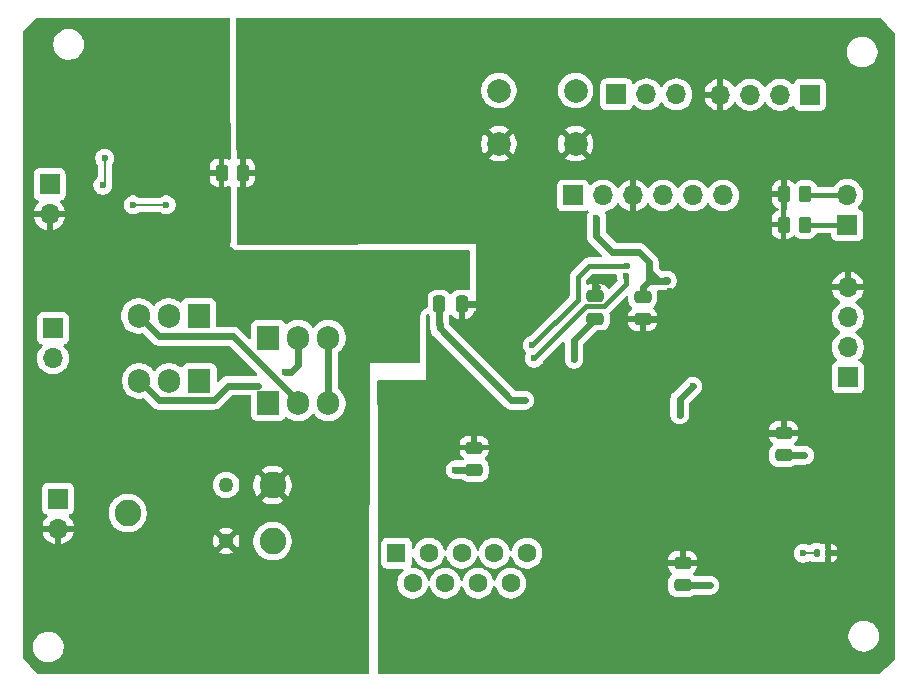
<source format=gbr>
%TF.GenerationSoftware,KiCad,Pcbnew,9.0.0*%
%TF.CreationDate,2025-04-23T21:59:36+02:00*%
%TF.ProjectId,Projecte,50726f6a-6563-4746-952e-6b696361645f,rev?*%
%TF.SameCoordinates,Original*%
%TF.FileFunction,Copper,L2,Bot*%
%TF.FilePolarity,Positive*%
%FSLAX46Y46*%
G04 Gerber Fmt 4.6, Leading zero omitted, Abs format (unit mm)*
G04 Created by KiCad (PCBNEW 9.0.0) date 2025-04-23 21:59:36*
%MOMM*%
%LPD*%
G01*
G04 APERTURE LIST*
G04 Aperture macros list*
%AMRoundRect*
0 Rectangle with rounded corners*
0 $1 Rounding radius*
0 $2 $3 $4 $5 $6 $7 $8 $9 X,Y pos of 4 corners*
0 Add a 4 corners polygon primitive as box body*
4,1,4,$2,$3,$4,$5,$6,$7,$8,$9,$2,$3,0*
0 Add four circle primitives for the rounded corners*
1,1,$1+$1,$2,$3*
1,1,$1+$1,$4,$5*
1,1,$1+$1,$6,$7*
1,1,$1+$1,$8,$9*
0 Add four rect primitives between the rounded corners*
20,1,$1+$1,$2,$3,$4,$5,0*
20,1,$1+$1,$4,$5,$6,$7,0*
20,1,$1+$1,$6,$7,$8,$9,0*
20,1,$1+$1,$8,$9,$2,$3,0*%
G04 Aperture macros list end*
%TA.AperFunction,SMDPad,CuDef*%
%ADD10RoundRect,0.140000X-0.140000X-0.170000X0.140000X-0.170000X0.140000X0.170000X-0.140000X0.170000X0*%
%TD*%
%TA.AperFunction,ComponentPad*%
%ADD11R,1.700000X1.700000*%
%TD*%
%TA.AperFunction,ComponentPad*%
%ADD12O,1.700000X1.700000*%
%TD*%
%TA.AperFunction,ComponentPad*%
%ADD13R,1.905000X2.000000*%
%TD*%
%TA.AperFunction,ComponentPad*%
%ADD14O,1.905000X2.000000*%
%TD*%
%TA.AperFunction,ComponentPad*%
%ADD15C,2.000000*%
%TD*%
%TA.AperFunction,ComponentPad*%
%ADD16C,1.258000*%
%TD*%
%TA.AperFunction,ComponentPad*%
%ADD17C,2.250000*%
%TD*%
%TA.AperFunction,ComponentPad*%
%ADD18R,1.600000X1.600000*%
%TD*%
%TA.AperFunction,ComponentPad*%
%ADD19C,1.600000*%
%TD*%
%TA.AperFunction,SMDPad,CuDef*%
%ADD20RoundRect,0.250000X-0.250000X-0.475000X0.250000X-0.475000X0.250000X0.475000X-0.250000X0.475000X0*%
%TD*%
%TA.AperFunction,SMDPad,CuDef*%
%ADD21RoundRect,0.250000X-0.262500X-0.450000X0.262500X-0.450000X0.262500X0.450000X-0.262500X0.450000X0*%
%TD*%
%TA.AperFunction,SMDPad,CuDef*%
%ADD22RoundRect,0.250000X0.475000X-0.250000X0.475000X0.250000X-0.475000X0.250000X-0.475000X-0.250000X0*%
%TD*%
%TA.AperFunction,SMDPad,CuDef*%
%ADD23RoundRect,0.250000X-0.475000X0.250000X-0.475000X-0.250000X0.475000X-0.250000X0.475000X0.250000X0*%
%TD*%
%TA.AperFunction,ViaPad*%
%ADD24C,0.600000*%
%TD*%
%TA.AperFunction,ViaPad*%
%ADD25C,0.500000*%
%TD*%
%TA.AperFunction,Conductor*%
%ADD26C,0.200000*%
%TD*%
%TA.AperFunction,Conductor*%
%ADD27C,0.600000*%
%TD*%
%TA.AperFunction,Conductor*%
%ADD28C,0.400000*%
%TD*%
G04 APERTURE END LIST*
D10*
%TO.P,C13,1*%
%TO.N,Net-(U6-CAP)*%
X224170000Y-118980000D03*
%TO.P,C13,2*%
%TO.N,GND*%
X225130000Y-118980000D03*
%TD*%
D11*
%TO.P,USART,1,Pin_1*%
%TO.N,VCC*%
X226820000Y-104110000D03*
D12*
%TO.P,USART,2,Pin_2*%
%TO.N,/usart_tx*%
X226820000Y-101570000D03*
%TO.P,USART,3,Pin_3*%
%TO.N,/usart_rx*%
X226820000Y-99030000D03*
%TO.P,USART,4,Pin_4*%
%TO.N,GND*%
X226820000Y-96490000D03*
%TD*%
D11*
%TO.P,R CALEFACTABLE,1,Pin_1*%
%TO.N,/VR_Calef_+*%
X159950000Y-114385000D03*
D12*
%TO.P,R CALEFACTABLE,2,Pin_2*%
%TO.N,GNDPWR*%
X159950000Y-116925000D03*
%TD*%
D13*
%TO.P,Q2,1,G*%
%TO.N,/Pujar*%
X171840000Y-98920000D03*
D14*
%TO.P,Q2,2,D*%
%TO.N,+12V*%
X169300000Y-98920000D03*
%TO.P,Q2,3,S*%
%TO.N,/M+*%
X166760000Y-98920000D03*
%TD*%
D15*
%TO.P,SW MCLR,1,1*%
%TO.N,/Man_CLR*%
X197270000Y-79840000D03*
X203770000Y-79840000D03*
%TO.P,SW MCLR,2,2*%
%TO.N,GND*%
X197270000Y-84340000D03*
X203770000Y-84340000D03*
%TD*%
D11*
%TO.P,MCLR,1,Pin_1*%
%TO.N,/MCLR*%
X207220000Y-80160000D03*
D12*
%TO.P,MCLR,2,Pin_2*%
%TO.N,/Man_CLR*%
X209760000Y-80160000D03*
%TO.P,MCLR,3,Pin_3*%
%TO.N,/Vpp*%
X212300000Y-80160000D03*
%TD*%
D16*
%TO.P,K1,A1*%
%TO.N,/Vrele*%
X174177500Y-113235000D03*
%TO.P,K1,A2*%
%TO.N,GNDPWR*%
X174177500Y-117985000D03*
D17*
%TO.P,K1,COM*%
%TO.N,/VR_Calef_+*%
X165847500Y-115610000D03*
%TO.P,K1,NC*%
%TO.N,GNDPWR*%
X178107500Y-113235000D03*
%TO.P,K1,NO*%
%TO.N,+12V*%
X178107500Y-117985000D03*
%TD*%
D13*
%TO.P,Q5,1,G*%
%TO.N,/Pujar*%
X177760000Y-100760000D03*
D14*
%TO.P,Q5,2,D*%
%TO.N,/M-*%
X180300000Y-100760000D03*
%TO.P,Q5,3,S*%
%TO.N,/shunt*%
X182840000Y-100760000D03*
%TD*%
D11*
%TO.P,PROGRAMACI\u00D3,1,Pin_1*%
%TO.N,/Vpp*%
X203550000Y-88720000D03*
D12*
%TO.P,PROGRAMACI\u00D3,2,Pin_2*%
%TO.N,VCC*%
X206090000Y-88720000D03*
%TO.P,PROGRAMACI\u00D3,3,Pin_3*%
%TO.N,GND*%
X208630000Y-88720000D03*
%TO.P,PROGRAMACI\u00D3,4,Pin_4*%
%TO.N,/PGD*%
X211170000Y-88720000D03*
%TO.P,PROGRAMACI\u00D3,5,Pin_5*%
%TO.N,/PGC*%
X213710000Y-88720000D03*
%TO.P,PROGRAMACI\u00D3,6,Pin_6*%
%TO.N,unconnected-(PROGRAMACI\u00D31-Pin_6-Pad6)*%
X216250000Y-88720000D03*
%TD*%
D13*
%TO.P,Q3,1,G*%
%TO.N,/Baixar*%
X177750000Y-106325000D03*
D14*
%TO.P,Q3,2,D*%
%TO.N,/M+*%
X180290000Y-106325000D03*
%TO.P,Q3,3,S*%
%TO.N,/shunt*%
X182830000Y-106325000D03*
%TD*%
D11*
%TO.P,12V,1,Pin_1*%
%TO.N,+12V*%
X159230000Y-87775000D03*
D12*
%TO.P,12V,2,Pin_2*%
%TO.N,GNDPWR*%
X159230000Y-90315000D03*
%TD*%
D11*
%TO.P,BOTONERA,1,Pin_1*%
%TO.N,/Boto_Motor*%
X226770000Y-91210000D03*
D12*
%TO.P,BOTONERA,2,Pin_2*%
%TO.N,/Boto_R*%
X226770000Y-88670000D03*
%TD*%
D18*
%TO.P,CAN,1,1*%
%TO.N,unconnected-(CAN1-Pad1)*%
X188580000Y-119004669D03*
D19*
%TO.P,CAN,2,2*%
%TO.N,/Canl*%
X191350000Y-119004669D03*
%TO.P,CAN,3,3*%
%TO.N,unconnected-(CAN1-Pad3)*%
X194120000Y-119004669D03*
%TO.P,CAN,4,4*%
%TO.N,unconnected-(CAN1-Pad4)*%
X196890000Y-119004669D03*
%TO.P,CAN,5,5*%
%TO.N,unconnected-(CAN1-Pad5)*%
X199660000Y-119004669D03*
%TO.P,CAN,6,6*%
%TO.N,unconnected-(CAN1-Pad6)*%
X189965000Y-121544669D03*
%TO.P,CAN,7,7*%
%TO.N,/Canh*%
X192735000Y-121544669D03*
%TO.P,CAN,8,8*%
%TO.N,unconnected-(CAN1-Pad8)*%
X195505000Y-121544669D03*
%TO.P,CAN,9,9*%
%TO.N,unconnected-(CAN1-Pad9)*%
X198275000Y-121544669D03*
%TD*%
D11*
%TO.P,MOTOR,1,Pin_1*%
%TO.N,/M+*%
X159520000Y-99965000D03*
D12*
%TO.P,MOTOR,2,Pin_2*%
%TO.N,/M-*%
X159520000Y-102505000D03*
%TD*%
D13*
%TO.P,Q4,1,G*%
%TO.N,/Baixar*%
X171910000Y-104415000D03*
D14*
%TO.P,Q4,2,D*%
%TO.N,+12V*%
X169370000Y-104415000D03*
%TO.P,Q4,3,S*%
%TO.N,/M-*%
X166830000Y-104415000D03*
%TD*%
D11*
%TO.P,s.PROXIMITAT,1,Pin_1*%
%TO.N,VCC*%
X223620000Y-80190000D03*
D12*
%TO.P,s.PROXIMITAT,2,Pin_2*%
%TO.N,/S_entrada*%
X221080000Y-80190000D03*
%TO.P,s.PROXIMITAT,3,Pin_3*%
%TO.N,/S_sortida*%
X218540000Y-80190000D03*
%TO.P,s.PROXIMITAT,4,Pin_4*%
%TO.N,GND*%
X216000000Y-80190000D03*
%TD*%
D20*
%TO.P,C15,1*%
%TO.N,VCC*%
X192230000Y-97930000D03*
%TO.P,C15,2*%
%TO.N,GND*%
X194130000Y-97930000D03*
%TD*%
D21*
%TO.P,R24,1*%
%TO.N,GND*%
X221397500Y-88630000D03*
%TO.P,R24,2*%
%TO.N,/Boto_R*%
X223222500Y-88630000D03*
%TD*%
D22*
%TO.P,C11,1*%
%TO.N,VCC*%
X195170000Y-111957500D03*
%TO.P,C11,2*%
%TO.N,GND*%
X195170000Y-110057500D03*
%TD*%
D21*
%TO.P,R1,1*%
%TO.N,GNDPWR*%
X173787500Y-86790000D03*
%TO.P,R1,2*%
%TO.N,GND*%
X175612500Y-86790000D03*
%TD*%
%TO.P,R23,1*%
%TO.N,GND*%
X221367500Y-91180000D03*
%TO.P,R23,2*%
%TO.N,/Boto_Motor*%
X223192500Y-91180000D03*
%TD*%
D22*
%TO.P,C9,1*%
%TO.N,VCC*%
X212820000Y-121710000D03*
%TO.P,C9,2*%
%TO.N,GND*%
X212820000Y-119810000D03*
%TD*%
%TO.P,C16,1*%
%TO.N,VCC*%
X205420000Y-99150000D03*
%TO.P,C16,2*%
%TO.N,GND*%
X205420000Y-97250000D03*
%TD*%
%TO.P,C13,1*%
%TO.N,VCC*%
X221390000Y-110720000D03*
%TO.P,C13,2*%
%TO.N,GND*%
X221390000Y-108820000D03*
%TD*%
D23*
%TO.P,C8,1*%
%TO.N,VCC*%
X209450000Y-97290000D03*
%TO.P,C8,2*%
%TO.N,GND*%
X209450000Y-99190000D03*
%TD*%
D24*
%TO.N,/PG_*%
X169100000Y-89520000D03*
X166290000Y-89520000D03*
%TO.N,Net-(U6-CAP)*%
X223050000Y-119000000D03*
%TO.N,GNDPWR*%
X164430000Y-89190000D03*
X186460000Y-99490000D03*
X169170000Y-88190000D03*
X166830000Y-85300000D03*
X184770000Y-110620000D03*
%TO.N,GND*%
X200921070Y-105970000D03*
X188480000Y-114480000D03*
X207900000Y-114160000D03*
X198260000Y-94280000D03*
X207970000Y-110960000D03*
X195460000Y-97927500D03*
X203520000Y-115280000D03*
X211740000Y-96790000D03*
X207130000Y-106470000D03*
X210520000Y-125510000D03*
X207010000Y-115160000D03*
X200870000Y-115280000D03*
X207750000Y-115010000D03*
X205535331Y-96445331D03*
X208030000Y-108200000D03*
X185600000Y-87330000D03*
X205230000Y-115250000D03*
X202090000Y-115280000D03*
X219370000Y-111330000D03*
X224740000Y-126950000D03*
X179810000Y-81390000D03*
X206120306Y-106710306D03*
D25*
X221370000Y-119010000D03*
D24*
X207990000Y-106980000D03*
X200830000Y-112950000D03*
X202890463Y-106840199D03*
X200410000Y-110100000D03*
X208040000Y-110180000D03*
X215070000Y-128100000D03*
X200460000Y-111530000D03*
X195790000Y-106750000D03*
X200520000Y-114160000D03*
X206090000Y-115300000D03*
X207960000Y-109240000D03*
%TO.N,VCC*%
X223140000Y-110710000D03*
X192250000Y-99617500D03*
X215120000Y-121730000D03*
X213690000Y-104870000D03*
X193590000Y-111950000D03*
X199460000Y-106040000D03*
X211530000Y-95910000D03*
X212570000Y-107300000D03*
X205530000Y-90590000D03*
X203629999Y-102589999D03*
%TO.N,/M-*%
X176910000Y-104810000D03*
X179200000Y-103680000D03*
%TO.N,/Rx*%
X200110000Y-101380000D03*
X208110000Y-94670000D03*
%TO.N,/Tx*%
X200260000Y-102490000D03*
X208040000Y-95530000D03*
%TO.N,/PS*%
X163740000Y-87850000D03*
X163900000Y-85550000D03*
%TD*%
D26*
%TO.N,/PG_*%
X166290000Y-89520000D02*
X169100000Y-89520000D01*
%TO.N,Net-(U6-CAP)*%
X224150000Y-119000000D02*
X224170000Y-118980000D01*
X223050000Y-119000000D02*
X224150000Y-119000000D01*
D27*
%TO.N,GND*%
X211140000Y-98748344D02*
X210698344Y-99190000D01*
X194130000Y-97930000D02*
X195457500Y-97930000D01*
X220010000Y-108820000D02*
X221390000Y-108820000D01*
X205420000Y-96560662D02*
X205535331Y-96445331D01*
X210698344Y-99190000D02*
X209450000Y-99190000D01*
X211699040Y-96800000D02*
X211730000Y-96800000D01*
X205420000Y-97250000D02*
X205420000Y-96560662D01*
X211140000Y-97359040D02*
X211140000Y-98748344D01*
X211730000Y-96800000D02*
X211740000Y-96790000D01*
X195457500Y-97930000D02*
X195460000Y-97927500D01*
X219370000Y-111330000D02*
X219370000Y-109460000D01*
X211699040Y-96800000D02*
X211140000Y-97359040D01*
X219370000Y-109460000D02*
X220010000Y-108820000D01*
%TO.N,VCC*%
X210700000Y-95930000D02*
X210700000Y-95861032D01*
X209450000Y-96468968D02*
X209988968Y-95930000D01*
X193597500Y-111957500D02*
X193590000Y-111950000D01*
X192250000Y-99617500D02*
X192250000Y-99980000D01*
X221390000Y-110720000D02*
X223130000Y-110720000D01*
X205530000Y-90590000D02*
X205497726Y-90622274D01*
X205497726Y-90622274D02*
X205497726Y-92157726D01*
X209450000Y-97290000D02*
X209450000Y-96468968D01*
X209120891Y-93510000D02*
X209988968Y-94378077D01*
X203629999Y-100940001D02*
X203629999Y-102589999D01*
X209988968Y-95150000D02*
X209988968Y-95930000D01*
X210700000Y-95930000D02*
X211510000Y-95930000D01*
X205420000Y-99150000D02*
X203629999Y-100940001D01*
X192230000Y-99597500D02*
X192250000Y-99617500D01*
X209988968Y-94378077D02*
X209988968Y-95150000D01*
X192230000Y-97930000D02*
X192230000Y-99597500D01*
X205497726Y-92157726D02*
X206850000Y-93510000D01*
X223130000Y-110720000D02*
X223140000Y-110710000D01*
X215100000Y-121710000D02*
X215120000Y-121730000D01*
X211510000Y-95930000D02*
X211530000Y-95910000D01*
X210700000Y-95861032D02*
X209988968Y-95150000D01*
X213690000Y-104870000D02*
X212570000Y-105990000D01*
X206850000Y-93510000D02*
X209120891Y-93510000D01*
X195170000Y-111957500D02*
X193597500Y-111957500D01*
X212570000Y-105990000D02*
X212570000Y-107300000D01*
X212820000Y-121710000D02*
X215100000Y-121710000D01*
X209988968Y-95930000D02*
X210700000Y-95930000D01*
X192250000Y-99980000D02*
X198310000Y-106040000D01*
X198310000Y-106040000D02*
X199460000Y-106040000D01*
%TO.N,/M+*%
X166760000Y-98920000D02*
X168490000Y-100650000D01*
X168490000Y-100650000D02*
X174780000Y-100650000D01*
X180290000Y-106160000D02*
X180290000Y-106325000D01*
X174780000Y-100650000D02*
X180290000Y-106160000D01*
%TO.N,/M-*%
X180300000Y-103080000D02*
X179700000Y-103680000D01*
X173110000Y-106050000D02*
X174350000Y-104810000D01*
X168512500Y-106050000D02*
X173110000Y-106050000D01*
X166830000Y-104415000D02*
X166877500Y-104415000D01*
X174350000Y-104810000D02*
X176910000Y-104810000D01*
X166877500Y-104415000D02*
X168512500Y-106050000D01*
X179700000Y-103680000D02*
X179200000Y-103680000D01*
X180300000Y-100760000D02*
X180300000Y-103080000D01*
%TO.N,/shunt*%
X182830000Y-100770000D02*
X182840000Y-100760000D01*
X182830000Y-106325000D02*
X182830000Y-100770000D01*
D28*
%TO.N,/Rx*%
X203960000Y-97530000D02*
X203960000Y-95630000D01*
X204920000Y-94670000D02*
X208110000Y-94670000D01*
X200110000Y-101380000D02*
X203960000Y-97530000D01*
X203960000Y-95630000D02*
X204920000Y-94670000D01*
%TO.N,/Boto_R*%
X226770000Y-88670000D02*
X223262500Y-88670000D01*
X223262500Y-88670000D02*
X223222500Y-88630000D01*
%TO.N,/Tx*%
X208040000Y-96211870D02*
X208040000Y-95530000D01*
X206150870Y-98101000D02*
X208040000Y-96211870D01*
X204649000Y-98101000D02*
X206150870Y-98101000D01*
X200260000Y-102490000D02*
X204649000Y-98101000D01*
%TO.N,/Boto_Motor*%
X223222500Y-91210000D02*
X223192500Y-91180000D01*
X226770000Y-91210000D02*
X223222500Y-91210000D01*
D26*
%TO.N,/PS*%
X163900000Y-85550000D02*
X163900000Y-87690000D01*
X163900000Y-87690000D02*
X163740000Y-87850000D01*
%TD*%
%TA.AperFunction,Conductor*%
%TO.N,GNDPWR*%
G36*
X174455528Y-73680185D02*
G01*
X174501283Y-73732989D01*
X174512488Y-73784097D01*
X174521246Y-76479290D01*
X174521370Y-76517432D01*
X174531786Y-79723544D01*
X174531910Y-79761687D01*
X174535949Y-81004999D01*
X174546406Y-84223589D01*
X174546406Y-84223590D01*
X174546772Y-84336346D01*
X174550486Y-85479664D01*
X174550487Y-85479671D01*
X174557849Y-85533886D01*
X174547364Y-85602965D01*
X174501197Y-85655408D01*
X174434006Y-85674567D01*
X174376048Y-85657885D01*
X174375670Y-85658696D01*
X174370515Y-85656292D01*
X174369881Y-85656110D01*
X174369128Y-85655645D01*
X174369119Y-85655641D01*
X174202697Y-85600494D01*
X174202690Y-85600493D01*
X174099986Y-85590000D01*
X174037500Y-85590000D01*
X174037500Y-87989999D01*
X174099972Y-87989999D01*
X174099986Y-87989998D01*
X174202697Y-87979505D01*
X174369119Y-87924358D01*
X174369125Y-87924355D01*
X174380256Y-87917490D01*
X174447648Y-87899049D01*
X174514312Y-87919970D01*
X174559082Y-87973612D01*
X174568149Y-88040275D01*
X174559016Y-88105295D01*
X174570731Y-91711018D01*
X174570701Y-91714208D01*
X174553899Y-92461664D01*
X174540000Y-93080000D01*
X174610415Y-93080000D01*
X174677454Y-93099685D01*
X174705541Y-93125825D01*
X174706056Y-93125379D01*
X174754728Y-93181494D01*
X174754739Y-93181506D01*
X174754756Y-93181522D01*
X174863524Y-93275675D01*
X174863525Y-93275675D01*
X174863527Y-93275677D01*
X174954186Y-93317025D01*
X174994430Y-93335380D01*
X174994431Y-93335380D01*
X174994435Y-93335382D01*
X175061484Y-93355033D01*
X175203908Y-93375438D01*
X194698190Y-93365811D01*
X194765238Y-93385462D01*
X194811019Y-93438244D01*
X194822249Y-93490253D01*
X194811033Y-96635922D01*
X194791110Y-96702891D01*
X194738143Y-96748457D01*
X194668949Y-96758154D01*
X194648035Y-96753187D01*
X194532797Y-96715001D01*
X194532795Y-96715000D01*
X194430010Y-96704500D01*
X193829998Y-96704500D01*
X193829980Y-96704501D01*
X193727203Y-96715000D01*
X193727200Y-96715001D01*
X193560668Y-96770185D01*
X193560663Y-96770187D01*
X193411342Y-96862289D01*
X193287285Y-96986346D01*
X193285537Y-96989182D01*
X193283829Y-96990717D01*
X193282807Y-96992011D01*
X193282585Y-96991836D01*
X193233589Y-97035905D01*
X193164626Y-97047126D01*
X193100544Y-97019282D01*
X193074463Y-96989182D01*
X193072714Y-96986346D01*
X192948657Y-96862289D01*
X192948656Y-96862288D01*
X192825033Y-96786037D01*
X192799336Y-96770187D01*
X192799331Y-96770185D01*
X192797862Y-96769698D01*
X192632797Y-96715001D01*
X192632795Y-96715000D01*
X192530010Y-96704500D01*
X191929998Y-96704500D01*
X191929980Y-96704501D01*
X191827203Y-96715000D01*
X191827200Y-96715001D01*
X191660668Y-96770185D01*
X191660663Y-96770187D01*
X191511342Y-96862289D01*
X191387289Y-96986342D01*
X191295187Y-97135663D01*
X191295186Y-97135666D01*
X191240001Y-97302203D01*
X191240001Y-97302204D01*
X191240000Y-97302204D01*
X191229500Y-97404983D01*
X191229500Y-98156784D01*
X191221528Y-98183931D01*
X191216625Y-98211804D01*
X191211813Y-98217017D01*
X191209815Y-98223823D01*
X191188433Y-98242350D01*
X191169238Y-98263149D01*
X191160420Y-98266624D01*
X191157011Y-98269578D01*
X191136690Y-98276797D01*
X191132318Y-98277933D01*
X191131230Y-98278086D01*
X191126899Y-98279341D01*
X191125185Y-98279787D01*
X191124705Y-98279771D01*
X191116409Y-98281731D01*
X191105513Y-98283733D01*
X191105511Y-98283733D01*
X191068901Y-98296041D01*
X191063920Y-98297599D01*
X190993207Y-98318100D01*
X190985138Y-98321752D01*
X190985125Y-98321724D01*
X190977189Y-98325517D01*
X190977203Y-98325544D01*
X190969294Y-98329532D01*
X190908877Y-98371737D01*
X190908876Y-98371736D01*
X190906699Y-98373256D01*
X190871889Y-98395452D01*
X190869850Y-98397206D01*
X190870813Y-98398326D01*
X190853650Y-98410316D01*
X190853640Y-98410324D01*
X190851348Y-98411925D01*
X190839593Y-98422932D01*
X190838991Y-98423492D01*
X190836545Y-98425752D01*
X190836493Y-98425777D01*
X190833275Y-98428668D01*
X190831061Y-98430572D01*
X190830955Y-98430685D01*
X190818805Y-98441145D01*
X190818803Y-98441147D01*
X190816949Y-98443272D01*
X190808336Y-98452196D01*
X190800174Y-98459846D01*
X190800167Y-98459854D01*
X190776033Y-98489992D01*
X190772676Y-98494007D01*
X190724347Y-98549395D01*
X190719532Y-98556829D01*
X190719510Y-98556815D01*
X190714857Y-98564343D01*
X190714878Y-98564356D01*
X190710379Y-98571989D01*
X190682404Y-98640082D01*
X190681399Y-98642527D01*
X190664095Y-98680052D01*
X190663328Y-98682629D01*
X190664749Y-98683051D01*
X190656768Y-98702479D01*
X190656766Y-98702486D01*
X190655706Y-98705066D01*
X190651112Y-98723283D01*
X190649933Y-98727623D01*
X190648895Y-98731188D01*
X190648857Y-98731246D01*
X190648746Y-98731619D01*
X190648705Y-98731835D01*
X190644132Y-98747227D01*
X190644131Y-98747229D01*
X190623190Y-98889581D01*
X190610546Y-102756251D01*
X190590643Y-102823226D01*
X190537689Y-102868808D01*
X190486496Y-102879846D01*
X186335793Y-102878143D01*
X186333335Y-102878142D01*
X186333334Y-102878142D01*
X186300000Y-127243133D01*
X186299996Y-127243968D01*
X186284626Y-129139488D01*
X186264398Y-129206366D01*
X186211225Y-129251691D01*
X186160630Y-129262483D01*
X158269184Y-129262483D01*
X158202145Y-129242798D01*
X158175705Y-129219955D01*
X157011021Y-127883623D01*
X156981813Y-127820151D01*
X156980500Y-127802151D01*
X156980500Y-126837648D01*
X157819500Y-126837648D01*
X157819500Y-127042351D01*
X157851522Y-127244534D01*
X157914781Y-127439223D01*
X158007715Y-127621613D01*
X158128028Y-127787213D01*
X158272786Y-127931971D01*
X158392498Y-128018945D01*
X158438390Y-128052287D01*
X158554607Y-128111503D01*
X158620776Y-128145218D01*
X158620778Y-128145218D01*
X158620781Y-128145220D01*
X158725137Y-128179127D01*
X158815465Y-128208477D01*
X158916557Y-128224488D01*
X159017648Y-128240500D01*
X159017649Y-128240500D01*
X159222351Y-128240500D01*
X159222352Y-128240500D01*
X159424534Y-128208477D01*
X159619219Y-128145220D01*
X159801610Y-128052287D01*
X159894590Y-127984732D01*
X159967213Y-127931971D01*
X159967215Y-127931968D01*
X159967219Y-127931966D01*
X160111966Y-127787219D01*
X160111968Y-127787215D01*
X160111971Y-127787213D01*
X160164732Y-127714590D01*
X160232287Y-127621610D01*
X160325220Y-127439219D01*
X160388477Y-127244534D01*
X160420500Y-127042352D01*
X160420500Y-126837648D01*
X160415396Y-126805424D01*
X160388477Y-126635465D01*
X160325218Y-126440776D01*
X160291503Y-126374607D01*
X160232287Y-126258390D01*
X160201606Y-126216161D01*
X160111971Y-126092786D01*
X159967213Y-125948028D01*
X159801613Y-125827715D01*
X159801612Y-125827714D01*
X159801610Y-125827713D01*
X159744653Y-125798691D01*
X159619223Y-125734781D01*
X159424534Y-125671522D01*
X159249995Y-125643878D01*
X159222352Y-125639500D01*
X159017648Y-125639500D01*
X158993329Y-125643351D01*
X158815465Y-125671522D01*
X158620776Y-125734781D01*
X158438386Y-125827715D01*
X158272786Y-125948028D01*
X158128028Y-126092786D01*
X158007715Y-126258386D01*
X157914781Y-126440776D01*
X157851522Y-126635465D01*
X157819500Y-126837648D01*
X156980500Y-126837648D01*
X156980500Y-113487135D01*
X158599500Y-113487135D01*
X158599500Y-115282870D01*
X158599501Y-115282876D01*
X158605908Y-115342483D01*
X158656202Y-115477328D01*
X158656206Y-115477335D01*
X158742452Y-115592544D01*
X158742455Y-115592547D01*
X158857664Y-115678793D01*
X158857671Y-115678797D01*
X158857674Y-115678798D01*
X158989598Y-115728002D01*
X159045531Y-115769873D01*
X159069949Y-115835337D01*
X159055098Y-115903610D01*
X159033947Y-115931865D01*
X158920271Y-116045541D01*
X158795379Y-116217442D01*
X158698904Y-116406782D01*
X158633242Y-116608870D01*
X158633242Y-116608873D01*
X158622769Y-116675000D01*
X159516988Y-116675000D01*
X159484075Y-116732007D01*
X159450000Y-116859174D01*
X159450000Y-116990826D01*
X159484075Y-117117993D01*
X159516988Y-117175000D01*
X158622769Y-117175000D01*
X158633242Y-117241126D01*
X158633242Y-117241129D01*
X158698904Y-117443217D01*
X158795379Y-117632557D01*
X158920272Y-117804459D01*
X158920276Y-117804464D01*
X159070535Y-117954723D01*
X159070540Y-117954727D01*
X159242442Y-118079620D01*
X159431782Y-118176095D01*
X159633871Y-118241757D01*
X159700000Y-118252231D01*
X159700000Y-117358012D01*
X159757007Y-117390925D01*
X159884174Y-117425000D01*
X160015826Y-117425000D01*
X160142993Y-117390925D01*
X160200000Y-117358012D01*
X160200000Y-118252230D01*
X160266126Y-118241757D01*
X160266129Y-118241757D01*
X160468217Y-118176095D01*
X160657557Y-118079620D01*
X160829459Y-117954727D01*
X160829464Y-117954723D01*
X160888041Y-117896146D01*
X173048500Y-117896146D01*
X173048500Y-118073853D01*
X173076300Y-118249375D01*
X173131216Y-118418390D01*
X173211895Y-118576727D01*
X173220447Y-118588498D01*
X173802500Y-118006445D01*
X173802500Y-118034370D01*
X173828056Y-118129745D01*
X173877425Y-118215255D01*
X173947245Y-118285075D01*
X174032755Y-118334444D01*
X174128130Y-118360000D01*
X174156053Y-118360000D01*
X173573999Y-118942051D01*
X173574000Y-118942052D01*
X173585771Y-118950604D01*
X173744109Y-119031283D01*
X173913124Y-119086199D01*
X174088647Y-119114000D01*
X174266353Y-119114000D01*
X174441875Y-119086199D01*
X174610890Y-119031283D01*
X174769227Y-118950604D01*
X174769234Y-118950600D01*
X174780998Y-118942052D01*
X174780999Y-118942051D01*
X174198948Y-118360000D01*
X174226870Y-118360000D01*
X174322245Y-118334444D01*
X174407755Y-118285075D01*
X174477575Y-118215255D01*
X174526944Y-118129745D01*
X174552500Y-118034370D01*
X174552500Y-118006447D01*
X175134551Y-118588499D01*
X175134552Y-118588498D01*
X175143100Y-118576734D01*
X175143104Y-118576727D01*
X175223783Y-118418390D01*
X175278699Y-118249375D01*
X175306500Y-118073853D01*
X175306500Y-117896150D01*
X175302611Y-117871594D01*
X175302611Y-117871591D01*
X175300311Y-117857070D01*
X176482000Y-117857070D01*
X176482000Y-118112929D01*
X176522026Y-118365640D01*
X176601088Y-118608972D01*
X176601089Y-118608975D01*
X176680033Y-118763910D01*
X176704510Y-118811948D01*
X176717250Y-118836950D01*
X176867632Y-119043935D01*
X176867636Y-119043940D01*
X177048559Y-119224863D01*
X177048564Y-119224867D01*
X177129491Y-119283663D01*
X177255553Y-119375252D01*
X177404580Y-119451185D01*
X177483524Y-119491410D01*
X177483527Y-119491411D01*
X177579439Y-119522574D01*
X177726861Y-119570474D01*
X177979570Y-119610500D01*
X177979571Y-119610500D01*
X178235429Y-119610500D01*
X178235430Y-119610500D01*
X178488139Y-119570474D01*
X178731475Y-119491410D01*
X178959447Y-119375252D01*
X179166442Y-119224862D01*
X179347362Y-119043942D01*
X179497752Y-118836947D01*
X179613910Y-118608975D01*
X179692974Y-118365639D01*
X179733000Y-118112930D01*
X179733000Y-117857070D01*
X179692974Y-117604361D01*
X179634697Y-117425000D01*
X179613911Y-117361027D01*
X179613910Y-117361024D01*
X179573685Y-117282080D01*
X179497752Y-117133053D01*
X179478538Y-117106607D01*
X179347367Y-116926064D01*
X179347363Y-116926059D01*
X179166440Y-116745136D01*
X179166435Y-116745132D01*
X178959450Y-116594750D01*
X178959449Y-116594749D01*
X178959447Y-116594748D01*
X178886410Y-116557533D01*
X178731475Y-116478589D01*
X178731472Y-116478588D01*
X178488140Y-116399526D01*
X178361784Y-116379513D01*
X178235430Y-116359500D01*
X177979570Y-116359500D01*
X177895333Y-116372842D01*
X177726859Y-116399526D01*
X177483527Y-116478588D01*
X177483524Y-116478589D01*
X177255549Y-116594750D01*
X177048564Y-116745132D01*
X177048559Y-116745136D01*
X176867636Y-116926059D01*
X176867632Y-116926064D01*
X176717250Y-117133049D01*
X176601089Y-117361024D01*
X176601088Y-117361027D01*
X176522026Y-117604359D01*
X176482000Y-117857070D01*
X175300311Y-117857070D01*
X175278700Y-117720624D01*
X175223783Y-117551609D01*
X175143104Y-117393271D01*
X175134552Y-117381500D01*
X175134551Y-117381499D01*
X174552500Y-117963551D01*
X174552500Y-117935630D01*
X174526944Y-117840255D01*
X174477575Y-117754745D01*
X174407755Y-117684925D01*
X174322245Y-117635556D01*
X174226870Y-117610000D01*
X174198947Y-117610000D01*
X174780998Y-117027947D01*
X174780998Y-117027946D01*
X174769227Y-117019395D01*
X174610890Y-116938716D01*
X174441875Y-116883800D01*
X174266353Y-116856000D01*
X174088647Y-116856000D01*
X173913124Y-116883800D01*
X173744109Y-116938716D01*
X173585771Y-117019394D01*
X173585769Y-117019395D01*
X173574000Y-117027945D01*
X173574000Y-117027947D01*
X174156054Y-117610000D01*
X174128130Y-117610000D01*
X174032755Y-117635556D01*
X173947245Y-117684925D01*
X173877425Y-117754745D01*
X173828056Y-117840255D01*
X173802500Y-117935630D01*
X173802500Y-117963553D01*
X173220447Y-117381500D01*
X173220445Y-117381500D01*
X173211895Y-117393269D01*
X173211894Y-117393271D01*
X173131216Y-117551609D01*
X173076300Y-117720624D01*
X173048500Y-117896146D01*
X160888041Y-117896146D01*
X160979723Y-117804464D01*
X160979727Y-117804459D01*
X161104620Y-117632557D01*
X161201095Y-117443217D01*
X161266757Y-117241129D01*
X161266757Y-117241126D01*
X161277231Y-117175000D01*
X160383012Y-117175000D01*
X160415925Y-117117993D01*
X160450000Y-116990826D01*
X160450000Y-116859174D01*
X160415925Y-116732007D01*
X160383012Y-116675000D01*
X161277231Y-116675000D01*
X161266757Y-116608873D01*
X161266757Y-116608870D01*
X161201095Y-116406782D01*
X161104620Y-116217442D01*
X160979727Y-116045540D01*
X160979723Y-116045535D01*
X160866053Y-115931865D01*
X160832568Y-115870542D01*
X160837552Y-115800850D01*
X160879424Y-115744917D01*
X160910400Y-115728002D01*
X161042331Y-115678796D01*
X161157546Y-115592546D01*
X161240248Y-115482070D01*
X164222000Y-115482070D01*
X164222000Y-115737929D01*
X164262026Y-115990640D01*
X164341088Y-116233972D01*
X164341089Y-116233975D01*
X164405048Y-116359500D01*
X164438422Y-116425000D01*
X164457250Y-116461950D01*
X164607632Y-116668935D01*
X164607636Y-116668940D01*
X164788559Y-116849863D01*
X164788564Y-116849867D01*
X164960641Y-116974887D01*
X164995553Y-117000252D01*
X165144580Y-117076185D01*
X165223524Y-117116410D01*
X165223527Y-117116411D01*
X165274747Y-117133053D01*
X165466861Y-117195474D01*
X165719570Y-117235500D01*
X165719571Y-117235500D01*
X165975429Y-117235500D01*
X165975430Y-117235500D01*
X166228139Y-117195474D01*
X166471475Y-117116410D01*
X166699447Y-117000252D01*
X166718715Y-116986252D01*
X166734360Y-116974887D01*
X166906435Y-116849867D01*
X166906433Y-116849867D01*
X166906442Y-116849862D01*
X167087362Y-116668942D01*
X167237752Y-116461947D01*
X167353910Y-116233975D01*
X167432974Y-115990639D01*
X167473000Y-115737930D01*
X167473000Y-115482070D01*
X167432974Y-115229361D01*
X167353910Y-114986025D01*
X167353910Y-114986024D01*
X167313685Y-114907080D01*
X167237752Y-114758053D01*
X167225324Y-114740947D01*
X167103141Y-114572774D01*
X167103140Y-114572773D01*
X167087369Y-114551066D01*
X167087363Y-114551059D01*
X166906440Y-114370136D01*
X166906435Y-114370132D01*
X166699450Y-114219750D01*
X166699449Y-114219749D01*
X166699447Y-114219748D01*
X166626410Y-114182533D01*
X166471475Y-114103589D01*
X166471472Y-114103588D01*
X166228140Y-114024526D01*
X166101784Y-114004513D01*
X165975430Y-113984500D01*
X165719570Y-113984500D01*
X165635333Y-113997842D01*
X165466859Y-114024526D01*
X165223527Y-114103588D01*
X165223524Y-114103589D01*
X164995549Y-114219750D01*
X164788564Y-114370132D01*
X164788559Y-114370136D01*
X164607636Y-114551059D01*
X164607632Y-114551064D01*
X164457250Y-114758049D01*
X164341089Y-114986024D01*
X164341088Y-114986027D01*
X164262026Y-115229359D01*
X164222000Y-115482070D01*
X161240248Y-115482070D01*
X161243796Y-115477331D01*
X161294091Y-115342483D01*
X161300500Y-115282873D01*
X161300499Y-113487128D01*
X161294091Y-113427517D01*
X161269986Y-113362889D01*
X161243797Y-113292671D01*
X161243795Y-113292668D01*
X161243792Y-113292664D01*
X161157546Y-113177454D01*
X161157544Y-113177452D01*
X161157543Y-113177451D01*
X161115672Y-113146106D01*
X173048000Y-113146106D01*
X173048000Y-113323893D01*
X173075812Y-113499493D01*
X173130749Y-113668575D01*
X173130751Y-113668578D01*
X173206663Y-113817563D01*
X173211467Y-113826990D01*
X173315959Y-113970814D01*
X173441685Y-114096540D01*
X173575273Y-114193595D01*
X173585513Y-114201035D01*
X173743922Y-114281749D01*
X173743924Y-114281750D01*
X173828465Y-114309218D01*
X173913008Y-114336688D01*
X174088606Y-114364500D01*
X174088607Y-114364500D01*
X174266393Y-114364500D01*
X174266394Y-114364500D01*
X174441992Y-114336688D01*
X174611078Y-114281749D01*
X174769487Y-114201035D01*
X174903610Y-114103590D01*
X174913314Y-114096540D01*
X174913316Y-114096537D01*
X174913320Y-114096535D01*
X175039035Y-113970820D01*
X175039037Y-113970816D01*
X175039040Y-113970814D01*
X175120435Y-113858781D01*
X175143535Y-113826987D01*
X175224249Y-113668578D01*
X175279188Y-113499492D01*
X175307000Y-113323894D01*
X175307000Y-113146106D01*
X175300824Y-113107110D01*
X176482500Y-113107110D01*
X176482500Y-113362889D01*
X176522513Y-113615523D01*
X176601551Y-113858781D01*
X176601552Y-113858784D01*
X176717675Y-114086686D01*
X176795350Y-114193595D01*
X176795350Y-114193596D01*
X177429921Y-113559024D01*
X177442859Y-113590258D01*
X177524937Y-113713097D01*
X177629403Y-113817563D01*
X177752242Y-113899641D01*
X177783474Y-113912577D01*
X177148902Y-114547148D01*
X177255813Y-114624824D01*
X177483715Y-114740947D01*
X177483718Y-114740948D01*
X177726976Y-114819986D01*
X177979611Y-114860000D01*
X178235389Y-114860000D01*
X178488023Y-114819986D01*
X178731281Y-114740948D01*
X178731284Y-114740947D01*
X178959185Y-114624825D01*
X179066095Y-114547148D01*
X179066096Y-114547148D01*
X178431525Y-113912578D01*
X178462758Y-113899641D01*
X178585597Y-113817563D01*
X178690063Y-113713097D01*
X178772141Y-113590258D01*
X178785078Y-113559025D01*
X179419648Y-114193596D01*
X179419648Y-114193595D01*
X179497325Y-114086685D01*
X179613447Y-113858784D01*
X179613448Y-113858781D01*
X179692486Y-113615523D01*
X179732500Y-113362889D01*
X179732500Y-113107110D01*
X179692486Y-112854476D01*
X179613448Y-112611218D01*
X179613447Y-112611215D01*
X179497324Y-112383313D01*
X179419648Y-112276403D01*
X179419648Y-112276402D01*
X178785077Y-112910973D01*
X178772141Y-112879742D01*
X178690063Y-112756903D01*
X178585597Y-112652437D01*
X178462758Y-112570359D01*
X178431524Y-112557421D01*
X179066096Y-111922850D01*
X178959186Y-111845175D01*
X178731284Y-111729052D01*
X178731281Y-111729051D01*
X178488023Y-111650013D01*
X178235389Y-111610000D01*
X177979611Y-111610000D01*
X177726976Y-111650013D01*
X177483718Y-111729051D01*
X177483715Y-111729052D01*
X177255810Y-111845177D01*
X177148903Y-111922849D01*
X177148902Y-111922850D01*
X177783474Y-112557421D01*
X177752242Y-112570359D01*
X177629403Y-112652437D01*
X177524937Y-112756903D01*
X177442859Y-112879742D01*
X177429922Y-112910974D01*
X176795350Y-112276402D01*
X176795349Y-112276403D01*
X176717677Y-112383310D01*
X176601552Y-112611215D01*
X176601551Y-112611218D01*
X176522513Y-112854476D01*
X176482500Y-113107110D01*
X175300824Y-113107110D01*
X175279188Y-112970508D01*
X175224249Y-112801422D01*
X175143535Y-112643013D01*
X175120433Y-112611215D01*
X175039040Y-112499185D01*
X174913314Y-112373459D01*
X174769490Y-112268967D01*
X174769489Y-112268966D01*
X174769487Y-112268965D01*
X174690282Y-112228608D01*
X174611075Y-112188249D01*
X174441993Y-112133312D01*
X174354193Y-112119406D01*
X174266394Y-112105500D01*
X174088606Y-112105500D01*
X174030073Y-112114770D01*
X173913006Y-112133312D01*
X173743924Y-112188249D01*
X173585509Y-112268967D01*
X173441685Y-112373459D01*
X173315959Y-112499185D01*
X173211467Y-112643009D01*
X173130749Y-112801424D01*
X173075812Y-112970506D01*
X173048000Y-113146106D01*
X161115672Y-113146106D01*
X161042335Y-113091206D01*
X161042328Y-113091202D01*
X160907482Y-113040908D01*
X160907483Y-113040908D01*
X160847883Y-113034501D01*
X160847881Y-113034500D01*
X160847873Y-113034500D01*
X160847864Y-113034500D01*
X159052129Y-113034500D01*
X159052123Y-113034501D01*
X158992516Y-113040908D01*
X158857671Y-113091202D01*
X158857664Y-113091206D01*
X158742455Y-113177452D01*
X158742452Y-113177455D01*
X158656206Y-113292664D01*
X158656202Y-113292671D01*
X158605908Y-113427517D01*
X158599501Y-113487116D01*
X158599501Y-113487123D01*
X158599500Y-113487135D01*
X156980500Y-113487135D01*
X156980500Y-99067135D01*
X158169500Y-99067135D01*
X158169500Y-100862870D01*
X158169501Y-100862876D01*
X158175908Y-100922483D01*
X158226202Y-101057328D01*
X158226206Y-101057335D01*
X158312452Y-101172544D01*
X158312455Y-101172547D01*
X158427664Y-101258793D01*
X158427671Y-101258797D01*
X158559082Y-101307810D01*
X158615016Y-101349681D01*
X158639433Y-101415145D01*
X158624582Y-101483418D01*
X158603431Y-101511673D01*
X158489889Y-101625215D01*
X158364951Y-101797179D01*
X158268444Y-101986585D01*
X158202753Y-102188760D01*
X158186931Y-102288656D01*
X158169500Y-102398713D01*
X158169500Y-102611287D01*
X158172422Y-102629734D01*
X158197013Y-102785000D01*
X158202754Y-102821243D01*
X158259952Y-102997281D01*
X158268444Y-103023414D01*
X158364951Y-103212820D01*
X158489890Y-103384786D01*
X158640213Y-103535109D01*
X158812179Y-103660048D01*
X158812181Y-103660049D01*
X158812184Y-103660051D01*
X159001588Y-103756557D01*
X159203757Y-103822246D01*
X159413713Y-103855500D01*
X159413714Y-103855500D01*
X159626286Y-103855500D01*
X159626287Y-103855500D01*
X159836243Y-103822246D01*
X160038412Y-103756557D01*
X160227816Y-103660051D01*
X160302265Y-103605961D01*
X160399786Y-103535109D01*
X160399788Y-103535106D01*
X160399792Y-103535104D01*
X160550104Y-103384792D01*
X160550106Y-103384788D01*
X160550109Y-103384786D01*
X160675048Y-103212820D01*
X160675047Y-103212820D01*
X160675051Y-103212816D01*
X160771557Y-103023412D01*
X160837246Y-102821243D01*
X160870500Y-102611287D01*
X160870500Y-102398713D01*
X160837246Y-102188757D01*
X160771557Y-101986588D01*
X160675051Y-101797184D01*
X160675049Y-101797181D01*
X160675048Y-101797179D01*
X160550109Y-101625213D01*
X160436569Y-101511673D01*
X160403084Y-101450350D01*
X160408068Y-101380658D01*
X160449940Y-101324725D01*
X160480915Y-101307810D01*
X160612331Y-101258796D01*
X160727546Y-101172546D01*
X160813796Y-101057331D01*
X160864091Y-100922483D01*
X160870500Y-100862873D01*
X160870499Y-99067128D01*
X160864091Y-99007517D01*
X160847673Y-98963499D01*
X160813797Y-98872671D01*
X160813796Y-98872669D01*
X160780046Y-98827585D01*
X160780045Y-98827584D01*
X160728064Y-98758146D01*
X165307000Y-98758146D01*
X165307000Y-99081853D01*
X165342778Y-99307746D01*
X165342778Y-99307749D01*
X165413450Y-99525255D01*
X165489509Y-99674528D01*
X165517283Y-99729038D01*
X165651714Y-99914066D01*
X165813434Y-100075786D01*
X165998462Y-100210217D01*
X166121777Y-100273049D01*
X166202244Y-100314049D01*
X166419751Y-100384721D01*
X166419752Y-100384721D01*
X166419755Y-100384722D01*
X166645646Y-100420500D01*
X166645647Y-100420500D01*
X166874352Y-100420500D01*
X166874354Y-100420500D01*
X167031282Y-100395644D01*
X167100572Y-100404598D01*
X167138358Y-100430436D01*
X167868211Y-101160289D01*
X167948186Y-101240264D01*
X167979712Y-101271790D01*
X168045129Y-101315500D01*
X168110821Y-101359394D01*
X168213833Y-101402062D01*
X168256502Y-101419737D01*
X168410403Y-101450350D01*
X168411152Y-101450499D01*
X168411155Y-101450500D01*
X168411157Y-101450500D01*
X168411158Y-101450500D01*
X174397060Y-101450500D01*
X174464099Y-101470185D01*
X174484741Y-101486819D01*
X176795741Y-103797819D01*
X176829226Y-103859142D01*
X176824242Y-103928834D01*
X176782370Y-103984767D01*
X176716906Y-104009184D01*
X176708060Y-104009500D01*
X174271155Y-104009500D01*
X174116510Y-104040261D01*
X174116498Y-104040264D01*
X173970827Y-104100602D01*
X173970814Y-104100609D01*
X173839711Y-104188210D01*
X173839707Y-104188213D01*
X173574680Y-104453241D01*
X173513357Y-104486726D01*
X173443665Y-104481742D01*
X173387732Y-104439870D01*
X173363315Y-104374406D01*
X173362999Y-104365560D01*
X173362999Y-103367129D01*
X173362998Y-103367123D01*
X173356591Y-103307516D01*
X173306297Y-103172671D01*
X173306293Y-103172664D01*
X173220047Y-103057455D01*
X173220044Y-103057452D01*
X173104835Y-102971206D01*
X173104828Y-102971202D01*
X172969982Y-102920908D01*
X172969983Y-102920908D01*
X172910383Y-102914501D01*
X172910381Y-102914500D01*
X172910373Y-102914500D01*
X172910364Y-102914500D01*
X170909629Y-102914500D01*
X170909623Y-102914501D01*
X170850016Y-102920908D01*
X170715171Y-102971202D01*
X170715164Y-102971206D01*
X170599955Y-103057452D01*
X170599952Y-103057455D01*
X170513706Y-103172664D01*
X170513703Y-103172670D01*
X170503308Y-103200541D01*
X170461436Y-103256474D01*
X170395972Y-103280891D01*
X170327699Y-103266039D01*
X170314250Y-103257531D01*
X170131538Y-103124783D01*
X169927755Y-103020950D01*
X169710248Y-102950278D01*
X169521920Y-102920450D01*
X169484354Y-102914500D01*
X169255646Y-102914500D01*
X169180349Y-102926426D01*
X169029753Y-102950278D01*
X169029750Y-102950278D01*
X168812244Y-103020950D01*
X168608461Y-103124783D01*
X168513281Y-103193936D01*
X168423434Y-103259214D01*
X168423432Y-103259216D01*
X168423431Y-103259216D01*
X168261715Y-103420932D01*
X168200318Y-103505438D01*
X168144987Y-103548103D01*
X168075374Y-103554082D01*
X168013579Y-103521476D01*
X167999682Y-103505438D01*
X167988773Y-103490423D01*
X167938286Y-103420934D01*
X167776566Y-103259214D01*
X167591538Y-103124783D01*
X167387755Y-103020950D01*
X167170248Y-102950278D01*
X166981920Y-102920450D01*
X166944354Y-102914500D01*
X166715646Y-102914500D01*
X166640349Y-102926426D01*
X166489753Y-102950278D01*
X166489750Y-102950278D01*
X166272244Y-103020950D01*
X166068461Y-103124783D01*
X165973281Y-103193936D01*
X165883434Y-103259214D01*
X165883432Y-103259216D01*
X165883431Y-103259216D01*
X165721716Y-103420931D01*
X165721716Y-103420932D01*
X165721714Y-103420934D01*
X165663980Y-103500396D01*
X165587283Y-103605961D01*
X165483450Y-103809744D01*
X165412778Y-104027250D01*
X165412778Y-104027253D01*
X165377000Y-104253146D01*
X165377000Y-104576853D01*
X165412778Y-104802746D01*
X165412778Y-104802749D01*
X165483450Y-105020255D01*
X165524198Y-105100227D01*
X165587283Y-105224038D01*
X165721714Y-105409066D01*
X165883434Y-105570786D01*
X166068462Y-105705217D01*
X166258313Y-105801951D01*
X166272244Y-105809049D01*
X166489751Y-105879721D01*
X166489752Y-105879721D01*
X166489755Y-105879722D01*
X166715646Y-105915500D01*
X166715647Y-105915500D01*
X166944353Y-105915500D01*
X166944354Y-105915500D01*
X167142286Y-105884150D01*
X167211578Y-105893104D01*
X167249364Y-105918942D01*
X167890711Y-106560289D01*
X168002208Y-106671786D01*
X168002212Y-106671790D01*
X168133317Y-106759392D01*
X168133319Y-106759392D01*
X168133321Y-106759394D01*
X168254861Y-106809737D01*
X168254862Y-106809738D01*
X168278998Y-106819735D01*
X168279003Y-106819737D01*
X168279007Y-106819737D01*
X168279008Y-106819738D01*
X168433654Y-106850500D01*
X168433657Y-106850500D01*
X173188844Y-106850500D01*
X173188845Y-106850499D01*
X173343497Y-106819737D01*
X173489179Y-106759394D01*
X173620289Y-106671789D01*
X174645259Y-105646819D01*
X174706582Y-105613334D01*
X174732940Y-105610500D01*
X176173000Y-105610500D01*
X176240039Y-105630185D01*
X176285794Y-105682989D01*
X176297000Y-105734500D01*
X176297000Y-107372870D01*
X176297001Y-107372876D01*
X176303408Y-107432483D01*
X176353702Y-107567328D01*
X176353706Y-107567335D01*
X176439952Y-107682544D01*
X176439955Y-107682547D01*
X176555164Y-107768793D01*
X176555171Y-107768797D01*
X176690017Y-107819091D01*
X176690016Y-107819091D01*
X176696944Y-107819835D01*
X176749627Y-107825500D01*
X178750372Y-107825499D01*
X178809983Y-107819091D01*
X178944831Y-107768796D01*
X179060046Y-107682546D01*
X179146296Y-107567331D01*
X179156690Y-107539460D01*
X179198560Y-107483527D01*
X179264023Y-107459108D01*
X179332297Y-107473958D01*
X179345746Y-107482465D01*
X179528462Y-107615217D01*
X179660599Y-107682544D01*
X179732244Y-107719049D01*
X179949751Y-107789721D01*
X179949752Y-107789721D01*
X179949755Y-107789722D01*
X180175646Y-107825500D01*
X180175647Y-107825500D01*
X180404353Y-107825500D01*
X180404354Y-107825500D01*
X180630245Y-107789722D01*
X180630248Y-107789721D01*
X180630249Y-107789721D01*
X180847755Y-107719049D01*
X180847755Y-107719048D01*
X180847758Y-107719048D01*
X181051538Y-107615217D01*
X181236566Y-107480786D01*
X181398286Y-107319066D01*
X181459683Y-107234559D01*
X181515012Y-107191896D01*
X181584625Y-107185917D01*
X181646420Y-107218523D01*
X181660314Y-107234556D01*
X181721714Y-107319066D01*
X181883434Y-107480786D01*
X182068462Y-107615217D01*
X182200599Y-107682544D01*
X182272244Y-107719049D01*
X182489751Y-107789721D01*
X182489752Y-107789721D01*
X182489755Y-107789722D01*
X182715646Y-107825500D01*
X182715647Y-107825500D01*
X182944353Y-107825500D01*
X182944354Y-107825500D01*
X183170245Y-107789722D01*
X183170248Y-107789721D01*
X183170249Y-107789721D01*
X183387755Y-107719049D01*
X183387755Y-107719048D01*
X183387758Y-107719048D01*
X183591538Y-107615217D01*
X183776566Y-107480786D01*
X183938286Y-107319066D01*
X184072717Y-107134038D01*
X184176548Y-106930258D01*
X184247222Y-106712745D01*
X184283000Y-106486854D01*
X184283000Y-106163146D01*
X184247222Y-105937255D01*
X184247221Y-105937251D01*
X184247221Y-105937250D01*
X184176549Y-105719744D01*
X184100651Y-105570786D01*
X184072717Y-105515962D01*
X183938286Y-105330934D01*
X183776566Y-105169214D01*
X183681613Y-105100226D01*
X183638949Y-105044896D01*
X183630500Y-104999909D01*
X183630500Y-102092355D01*
X183650185Y-102025316D01*
X183681612Y-101992039D01*
X183786566Y-101915786D01*
X183948286Y-101754066D01*
X184082717Y-101569038D01*
X184186548Y-101365258D01*
X184209718Y-101293947D01*
X184257221Y-101147749D01*
X184257221Y-101147748D01*
X184257222Y-101147745D01*
X184293000Y-100921854D01*
X184293000Y-100598146D01*
X184257222Y-100372255D01*
X184257221Y-100372251D01*
X184257221Y-100372250D01*
X184186549Y-100154744D01*
X184122077Y-100028211D01*
X184082717Y-99950962D01*
X183948286Y-99765934D01*
X183786566Y-99604214D01*
X183601538Y-99469783D01*
X183397755Y-99365950D01*
X183180248Y-99295278D01*
X182994812Y-99265908D01*
X182954354Y-99259500D01*
X182725646Y-99259500D01*
X182685188Y-99265908D01*
X182499753Y-99295278D01*
X182499750Y-99295278D01*
X182282244Y-99365950D01*
X182078461Y-99469783D01*
X182002107Y-99525258D01*
X181893434Y-99604214D01*
X181893432Y-99604216D01*
X181893431Y-99604216D01*
X181731715Y-99765932D01*
X181670318Y-99850438D01*
X181614987Y-99893103D01*
X181545374Y-99899082D01*
X181483579Y-99866476D01*
X181469682Y-99850438D01*
X181454379Y-99829375D01*
X181408286Y-99765934D01*
X181246566Y-99604214D01*
X181061538Y-99469783D01*
X180857755Y-99365950D01*
X180640248Y-99295278D01*
X180454812Y-99265908D01*
X180414354Y-99259500D01*
X180185646Y-99259500D01*
X180145188Y-99265908D01*
X179959753Y-99295278D01*
X179959750Y-99295278D01*
X179742244Y-99365950D01*
X179538461Y-99469783D01*
X179355759Y-99602525D01*
X179289952Y-99626005D01*
X179221898Y-99610180D01*
X179173203Y-99560074D01*
X179166690Y-99545538D01*
X179159126Y-99525258D01*
X179156296Y-99517669D01*
X179156293Y-99517664D01*
X179070047Y-99402455D01*
X179070044Y-99402452D01*
X178954835Y-99316206D01*
X178954828Y-99316202D01*
X178819982Y-99265908D01*
X178819983Y-99265908D01*
X178760383Y-99259501D01*
X178760381Y-99259500D01*
X178760373Y-99259500D01*
X178760364Y-99259500D01*
X176759629Y-99259500D01*
X176759623Y-99259501D01*
X176700016Y-99265908D01*
X176565171Y-99316202D01*
X176565164Y-99316206D01*
X176449955Y-99402452D01*
X176449952Y-99402455D01*
X176363706Y-99517664D01*
X176363702Y-99517671D01*
X176313408Y-99652517D01*
X176307001Y-99712116D01*
X176307000Y-99712135D01*
X176307000Y-100745559D01*
X176287315Y-100812598D01*
X176234511Y-100858353D01*
X176165353Y-100868297D01*
X176101797Y-100839272D01*
X176095319Y-100833240D01*
X175290292Y-100028213D01*
X175290288Y-100028210D01*
X175159185Y-99940609D01*
X175159172Y-99940602D01*
X175013501Y-99880264D01*
X175013489Y-99880261D01*
X174858845Y-99849500D01*
X174858842Y-99849500D01*
X173417000Y-99849500D01*
X173349961Y-99829815D01*
X173304206Y-99777011D01*
X173293000Y-99725500D01*
X173292999Y-97872129D01*
X173292998Y-97872123D01*
X173286591Y-97812516D01*
X173236297Y-97677671D01*
X173236293Y-97677664D01*
X173150047Y-97562455D01*
X173150044Y-97562452D01*
X173034835Y-97476206D01*
X173034828Y-97476202D01*
X172899982Y-97425908D01*
X172899983Y-97425908D01*
X172840383Y-97419501D01*
X172840381Y-97419500D01*
X172840373Y-97419500D01*
X172840364Y-97419500D01*
X170839629Y-97419500D01*
X170839623Y-97419501D01*
X170780016Y-97425908D01*
X170645171Y-97476202D01*
X170645164Y-97476206D01*
X170529955Y-97562452D01*
X170529952Y-97562455D01*
X170443706Y-97677664D01*
X170443703Y-97677670D01*
X170433308Y-97705541D01*
X170391436Y-97761474D01*
X170325972Y-97785891D01*
X170257699Y-97771039D01*
X170244250Y-97762531D01*
X170061538Y-97629783D01*
X170043957Y-97620825D01*
X169857755Y-97525950D01*
X169640248Y-97455278D01*
X169454812Y-97425908D01*
X169414354Y-97419500D01*
X169185646Y-97419500D01*
X169145188Y-97425908D01*
X168959753Y-97455278D01*
X168959750Y-97455278D01*
X168742244Y-97525950D01*
X168538461Y-97629783D01*
X168443726Y-97698613D01*
X168353434Y-97764214D01*
X168353432Y-97764216D01*
X168353431Y-97764216D01*
X168191715Y-97925932D01*
X168130318Y-98010438D01*
X168074987Y-98053103D01*
X168005374Y-98059082D01*
X167943579Y-98026476D01*
X167929682Y-98010438D01*
X167881230Y-97943750D01*
X167868286Y-97925934D01*
X167706566Y-97764214D01*
X167521538Y-97629783D01*
X167503957Y-97620825D01*
X167317755Y-97525950D01*
X167100248Y-97455278D01*
X166914812Y-97425908D01*
X166874354Y-97419500D01*
X166645646Y-97419500D01*
X166605188Y-97425908D01*
X166419753Y-97455278D01*
X166419750Y-97455278D01*
X166202244Y-97525950D01*
X165998461Y-97629783D01*
X165903726Y-97698613D01*
X165813434Y-97764214D01*
X165813432Y-97764216D01*
X165813431Y-97764216D01*
X165651716Y-97925931D01*
X165651716Y-97925932D01*
X165651714Y-97925934D01*
X165638770Y-97943750D01*
X165517283Y-98110961D01*
X165413450Y-98314744D01*
X165342778Y-98532250D01*
X165342778Y-98532253D01*
X165307000Y-98758146D01*
X160728064Y-98758146D01*
X160727546Y-98757454D01*
X160727544Y-98757453D01*
X160727544Y-98757452D01*
X160612335Y-98671206D01*
X160612328Y-98671202D01*
X160477482Y-98620908D01*
X160477483Y-98620908D01*
X160417883Y-98614501D01*
X160417881Y-98614500D01*
X160417873Y-98614500D01*
X160417864Y-98614500D01*
X158622129Y-98614500D01*
X158622123Y-98614501D01*
X158562516Y-98620908D01*
X158427671Y-98671202D01*
X158427664Y-98671206D01*
X158312455Y-98757452D01*
X158312452Y-98757455D01*
X158226206Y-98872664D01*
X158226202Y-98872671D01*
X158175908Y-99007517D01*
X158169501Y-99067116D01*
X158169501Y-99067123D01*
X158169500Y-99067135D01*
X156980500Y-99067135D01*
X156980500Y-86877135D01*
X157879500Y-86877135D01*
X157879500Y-88672870D01*
X157879501Y-88672876D01*
X157885908Y-88732483D01*
X157936202Y-88867328D01*
X157936206Y-88867335D01*
X158022452Y-88982544D01*
X158022455Y-88982547D01*
X158137664Y-89068793D01*
X158137671Y-89068797D01*
X158187683Y-89087450D01*
X158269598Y-89118002D01*
X158325531Y-89159873D01*
X158349949Y-89225337D01*
X158335098Y-89293610D01*
X158313947Y-89321865D01*
X158200271Y-89435541D01*
X158075379Y-89607442D01*
X157978904Y-89796782D01*
X157913242Y-89998870D01*
X157913242Y-89998873D01*
X157902769Y-90065000D01*
X158796988Y-90065000D01*
X158764075Y-90122007D01*
X158730000Y-90249174D01*
X158730000Y-90380826D01*
X158764075Y-90507993D01*
X158796988Y-90565000D01*
X157902769Y-90565000D01*
X157913242Y-90631126D01*
X157913242Y-90631129D01*
X157978904Y-90833217D01*
X158075379Y-91022557D01*
X158200272Y-91194459D01*
X158200276Y-91194464D01*
X158350535Y-91344723D01*
X158350540Y-91344727D01*
X158522442Y-91469620D01*
X158711782Y-91566095D01*
X158913871Y-91631757D01*
X158980000Y-91642231D01*
X158980000Y-90748012D01*
X159037007Y-90780925D01*
X159164174Y-90815000D01*
X159295826Y-90815000D01*
X159422993Y-90780925D01*
X159480000Y-90748012D01*
X159480000Y-91642230D01*
X159546126Y-91631757D01*
X159546129Y-91631757D01*
X159748217Y-91566095D01*
X159937557Y-91469620D01*
X160109459Y-91344727D01*
X160109464Y-91344723D01*
X160259723Y-91194464D01*
X160259727Y-91194459D01*
X160384620Y-91022557D01*
X160481095Y-90833217D01*
X160546757Y-90631129D01*
X160546757Y-90631126D01*
X160557231Y-90565000D01*
X159663012Y-90565000D01*
X159695925Y-90507993D01*
X159730000Y-90380826D01*
X159730000Y-90249174D01*
X159695925Y-90122007D01*
X159663012Y-90065000D01*
X160557231Y-90065000D01*
X160546757Y-89998873D01*
X160546757Y-89998870D01*
X160481095Y-89796782D01*
X160384620Y-89607442D01*
X160312337Y-89507951D01*
X160263805Y-89441153D01*
X165489500Y-89441153D01*
X165489500Y-89598846D01*
X165520261Y-89753489D01*
X165520264Y-89753501D01*
X165580602Y-89899172D01*
X165580609Y-89899185D01*
X165668210Y-90030288D01*
X165668213Y-90030292D01*
X165779707Y-90141786D01*
X165779711Y-90141789D01*
X165910814Y-90229390D01*
X165910827Y-90229397D01*
X166013894Y-90272088D01*
X166056503Y-90289737D01*
X166162650Y-90310851D01*
X166211153Y-90320499D01*
X166211156Y-90320500D01*
X166211158Y-90320500D01*
X166368844Y-90320500D01*
X166368845Y-90320499D01*
X166523497Y-90289737D01*
X166636166Y-90243067D01*
X166669172Y-90229397D01*
X166669172Y-90229396D01*
X166669179Y-90229394D01*
X166709251Y-90202619D01*
X166800875Y-90141398D01*
X166867553Y-90120520D01*
X166869766Y-90120500D01*
X168520234Y-90120500D01*
X168587273Y-90140185D01*
X168589125Y-90141398D01*
X168720814Y-90229390D01*
X168720827Y-90229397D01*
X168823894Y-90272088D01*
X168866503Y-90289737D01*
X168972650Y-90310851D01*
X169021153Y-90320499D01*
X169021156Y-90320500D01*
X169021158Y-90320500D01*
X169178844Y-90320500D01*
X169178845Y-90320499D01*
X169333497Y-90289737D01*
X169446166Y-90243067D01*
X169479172Y-90229397D01*
X169479172Y-90229396D01*
X169479179Y-90229394D01*
X169610289Y-90141789D01*
X169721789Y-90030289D01*
X169809394Y-89899179D01*
X169869737Y-89753497D01*
X169900500Y-89598842D01*
X169900500Y-89441158D01*
X169900500Y-89441155D01*
X169900499Y-89441153D01*
X169899383Y-89435541D01*
X169869737Y-89286503D01*
X169847575Y-89232998D01*
X169809397Y-89140827D01*
X169809390Y-89140814D01*
X169721789Y-89009711D01*
X169721786Y-89009707D01*
X169610292Y-88898213D01*
X169610288Y-88898210D01*
X169479185Y-88810609D01*
X169479172Y-88810602D01*
X169333501Y-88750264D01*
X169333489Y-88750261D01*
X169178845Y-88719500D01*
X169178842Y-88719500D01*
X169021158Y-88719500D01*
X169021155Y-88719500D01*
X168866510Y-88750261D01*
X168866498Y-88750264D01*
X168720827Y-88810602D01*
X168720814Y-88810609D01*
X168589125Y-88898602D01*
X168522447Y-88919480D01*
X168520234Y-88919500D01*
X166869766Y-88919500D01*
X166802727Y-88899815D01*
X166800875Y-88898602D01*
X166669185Y-88810609D01*
X166669172Y-88810602D01*
X166523501Y-88750264D01*
X166523489Y-88750261D01*
X166368845Y-88719500D01*
X166368842Y-88719500D01*
X166211158Y-88719500D01*
X166211155Y-88719500D01*
X166056510Y-88750261D01*
X166056498Y-88750264D01*
X165910827Y-88810602D01*
X165910814Y-88810609D01*
X165779711Y-88898210D01*
X165779707Y-88898213D01*
X165668213Y-89009707D01*
X165668210Y-89009711D01*
X165580609Y-89140814D01*
X165580602Y-89140827D01*
X165520264Y-89286498D01*
X165520261Y-89286510D01*
X165489500Y-89441153D01*
X160263805Y-89441153D01*
X160259727Y-89435540D01*
X160259723Y-89435535D01*
X160146053Y-89321865D01*
X160112568Y-89260542D01*
X160117552Y-89190850D01*
X160159424Y-89134917D01*
X160190400Y-89118002D01*
X160322331Y-89068796D01*
X160437546Y-88982546D01*
X160523796Y-88867331D01*
X160574091Y-88732483D01*
X160580500Y-88672873D01*
X160580499Y-87771153D01*
X162939500Y-87771153D01*
X162939500Y-87928846D01*
X162970261Y-88083489D01*
X162970264Y-88083501D01*
X163030602Y-88229172D01*
X163030609Y-88229185D01*
X163118210Y-88360288D01*
X163118213Y-88360292D01*
X163229707Y-88471786D01*
X163229711Y-88471789D01*
X163360814Y-88559390D01*
X163360827Y-88559397D01*
X163506498Y-88619735D01*
X163506503Y-88619737D01*
X163661153Y-88650499D01*
X163661156Y-88650500D01*
X163661158Y-88650500D01*
X163818844Y-88650500D01*
X163818845Y-88650499D01*
X163973497Y-88619737D01*
X164119179Y-88559394D01*
X164250289Y-88471789D01*
X164361789Y-88360289D01*
X164449394Y-88229179D01*
X164509737Y-88083497D01*
X164540500Y-87928842D01*
X164540500Y-87771158D01*
X164540500Y-87771155D01*
X164540499Y-87771153D01*
X164509738Y-87616506D01*
X164507969Y-87610674D01*
X164508641Y-87610470D01*
X164500500Y-87569537D01*
X164500500Y-87289986D01*
X172775001Y-87289986D01*
X172785494Y-87392697D01*
X172840641Y-87559119D01*
X172840643Y-87559124D01*
X172932684Y-87708345D01*
X173056654Y-87832315D01*
X173205875Y-87924356D01*
X173205880Y-87924358D01*
X173372302Y-87979505D01*
X173372309Y-87979506D01*
X173475019Y-87989999D01*
X173537499Y-87989998D01*
X173537500Y-87989998D01*
X173537500Y-87040000D01*
X172775001Y-87040000D01*
X172775001Y-87289986D01*
X164500500Y-87289986D01*
X164500500Y-86290013D01*
X172775000Y-86290013D01*
X172775000Y-86540000D01*
X173537500Y-86540000D01*
X173537500Y-85590000D01*
X173537499Y-85589999D01*
X173475028Y-85590000D01*
X173475011Y-85590001D01*
X173372302Y-85600494D01*
X173205880Y-85655641D01*
X173205875Y-85655643D01*
X173056654Y-85747684D01*
X172932684Y-85871654D01*
X172840643Y-86020875D01*
X172840641Y-86020880D01*
X172785494Y-86187302D01*
X172785493Y-86187309D01*
X172775000Y-86290013D01*
X164500500Y-86290013D01*
X164500500Y-86129765D01*
X164520185Y-86062726D01*
X164521398Y-86060874D01*
X164609390Y-85929185D01*
X164609390Y-85929184D01*
X164609394Y-85929179D01*
X164669737Y-85783497D01*
X164700500Y-85628842D01*
X164700500Y-85471158D01*
X164700500Y-85471155D01*
X164700499Y-85471153D01*
X164669738Y-85316510D01*
X164669737Y-85316503D01*
X164669735Y-85316498D01*
X164609397Y-85170827D01*
X164609390Y-85170814D01*
X164521789Y-85039711D01*
X164521786Y-85039707D01*
X164410292Y-84928213D01*
X164410288Y-84928210D01*
X164279185Y-84840609D01*
X164279172Y-84840602D01*
X164133501Y-84780264D01*
X164133489Y-84780261D01*
X163978845Y-84749500D01*
X163978842Y-84749500D01*
X163821158Y-84749500D01*
X163821155Y-84749500D01*
X163666510Y-84780261D01*
X163666498Y-84780264D01*
X163520827Y-84840602D01*
X163520814Y-84840609D01*
X163389711Y-84928210D01*
X163389707Y-84928213D01*
X163278213Y-85039707D01*
X163278210Y-85039711D01*
X163190609Y-85170814D01*
X163190602Y-85170827D01*
X163130264Y-85316498D01*
X163130261Y-85316510D01*
X163099500Y-85471153D01*
X163099500Y-85628846D01*
X163130261Y-85783489D01*
X163130264Y-85783501D01*
X163190602Y-85929172D01*
X163190609Y-85929185D01*
X163278602Y-86060874D01*
X163299480Y-86127551D01*
X163299500Y-86129765D01*
X163299500Y-87115299D01*
X163279815Y-87182338D01*
X163244394Y-87218399D01*
X163229712Y-87228209D01*
X163229707Y-87228213D01*
X163118213Y-87339707D01*
X163118210Y-87339711D01*
X163030609Y-87470814D01*
X163030602Y-87470827D01*
X162970264Y-87616498D01*
X162970261Y-87616510D01*
X162939500Y-87771153D01*
X160580499Y-87771153D01*
X160580499Y-86877128D01*
X160574091Y-86817517D01*
X160523796Y-86682669D01*
X160523795Y-86682668D01*
X160523793Y-86682664D01*
X160437547Y-86567455D01*
X160437544Y-86567452D01*
X160322335Y-86481206D01*
X160322328Y-86481202D01*
X160187482Y-86430908D01*
X160187483Y-86430908D01*
X160127883Y-86424501D01*
X160127881Y-86424500D01*
X160127873Y-86424500D01*
X160127864Y-86424500D01*
X158332129Y-86424500D01*
X158332123Y-86424501D01*
X158272516Y-86430908D01*
X158137671Y-86481202D01*
X158137664Y-86481206D01*
X158022455Y-86567452D01*
X158022452Y-86567455D01*
X157936206Y-86682664D01*
X157936202Y-86682671D01*
X157885908Y-86817517D01*
X157879501Y-86877116D01*
X157879501Y-86877123D01*
X157879500Y-86877135D01*
X156980500Y-86877135D01*
X156980500Y-75827648D01*
X159539500Y-75827648D01*
X159539500Y-76032351D01*
X159571522Y-76234534D01*
X159634781Y-76429223D01*
X159727715Y-76611613D01*
X159848028Y-76777213D01*
X159992786Y-76921971D01*
X160095607Y-76996673D01*
X160158390Y-77042287D01*
X160267546Y-77097905D01*
X160340776Y-77135218D01*
X160340778Y-77135218D01*
X160340781Y-77135220D01*
X160445137Y-77169127D01*
X160535465Y-77198477D01*
X160636557Y-77214488D01*
X160737648Y-77230500D01*
X160737649Y-77230500D01*
X160942351Y-77230500D01*
X160942352Y-77230500D01*
X161144534Y-77198477D01*
X161339219Y-77135220D01*
X161521610Y-77042287D01*
X161614590Y-76974732D01*
X161687213Y-76921971D01*
X161687215Y-76921968D01*
X161687219Y-76921966D01*
X161831966Y-76777219D01*
X161831968Y-76777215D01*
X161831971Y-76777213D01*
X161929796Y-76642566D01*
X161952287Y-76611610D01*
X162045220Y-76429219D01*
X162108477Y-76234534D01*
X162140500Y-76032352D01*
X162140500Y-75827648D01*
X162108477Y-75625466D01*
X162045220Y-75430781D01*
X162045218Y-75430778D01*
X162045218Y-75430776D01*
X162011503Y-75364607D01*
X161952287Y-75248390D01*
X161944556Y-75237749D01*
X161831971Y-75082786D01*
X161687213Y-74938028D01*
X161521613Y-74817715D01*
X161521612Y-74817714D01*
X161521610Y-74817713D01*
X161464653Y-74788691D01*
X161339223Y-74724781D01*
X161144534Y-74661522D01*
X160969995Y-74633878D01*
X160942352Y-74629500D01*
X160737648Y-74629500D01*
X160713329Y-74633351D01*
X160535465Y-74661522D01*
X160340776Y-74724781D01*
X160158386Y-74817715D01*
X159992786Y-74938028D01*
X159848028Y-75082786D01*
X159727715Y-75248386D01*
X159634781Y-75430776D01*
X159571522Y-75625465D01*
X159539500Y-75827648D01*
X156980500Y-75827648D01*
X156980500Y-74878503D01*
X157000185Y-74811464D01*
X157014402Y-74793308D01*
X158048871Y-73699305D01*
X158109233Y-73664118D01*
X158138969Y-73660500D01*
X174388489Y-73660500D01*
X174455528Y-73680185D01*
G37*
%TD.AperFunction*%
%TD*%
%TA.AperFunction,Conductor*%
%TO.N,GND*%
G36*
X207182539Y-95390185D02*
G01*
X207228294Y-95442989D01*
X207239500Y-95494500D01*
X207239500Y-95608846D01*
X207270261Y-95763489D01*
X207270263Y-95763497D01*
X207305175Y-95847782D01*
X207312644Y-95917252D01*
X207281369Y-95979731D01*
X207278295Y-95982916D01*
X206690621Y-96570590D01*
X206629298Y-96604075D01*
X206559606Y-96599091D01*
X206503673Y-96557219D01*
X206497401Y-96548005D01*
X206487317Y-96531656D01*
X206363345Y-96407684D01*
X206214124Y-96315643D01*
X206214119Y-96315641D01*
X206047697Y-96260494D01*
X206047690Y-96260493D01*
X205944986Y-96250000D01*
X205670000Y-96250000D01*
X205670000Y-97126000D01*
X205650315Y-97193039D01*
X205597511Y-97238794D01*
X205546000Y-97250000D01*
X205294000Y-97250000D01*
X205226961Y-97230315D01*
X205181206Y-97177511D01*
X205170000Y-97126000D01*
X205170000Y-96250000D01*
X204895029Y-96250000D01*
X204895010Y-96250001D01*
X204797101Y-96260003D01*
X204782028Y-96257200D01*
X204766853Y-96259383D01*
X204748376Y-96250945D01*
X204728408Y-96247233D01*
X204717242Y-96236726D01*
X204703297Y-96230358D01*
X204692315Y-96213270D01*
X204677524Y-96199352D01*
X204673247Y-96183599D01*
X204665523Y-96171580D01*
X204660500Y-96136645D01*
X204660500Y-95971519D01*
X204680185Y-95904480D01*
X204696819Y-95883838D01*
X205173838Y-95406819D01*
X205235161Y-95373334D01*
X205261519Y-95370500D01*
X207115500Y-95370500D01*
X207182539Y-95390185D01*
G37*
%TD.AperFunction*%
%TA.AperFunction,Conductor*%
G36*
X229589797Y-73680185D02*
G01*
X229614270Y-73700825D01*
X230737014Y-74928788D01*
X230767724Y-74991546D01*
X230769500Y-75012460D01*
X230769500Y-128019689D01*
X230749815Y-128086728D01*
X230727914Y-128112339D01*
X229470165Y-129231133D01*
X229406992Y-129260981D01*
X229387751Y-129262483D01*
X187154000Y-129262483D01*
X187086961Y-129242798D01*
X187041206Y-129189994D01*
X187030000Y-129138483D01*
X187030000Y-125927648D01*
X226859500Y-125927648D01*
X226859500Y-126132351D01*
X226891522Y-126334534D01*
X226954781Y-126529223D01*
X227047715Y-126711613D01*
X227168028Y-126877213D01*
X227312786Y-127021971D01*
X227467749Y-127134556D01*
X227478390Y-127142287D01*
X227594607Y-127201503D01*
X227660776Y-127235218D01*
X227660778Y-127235218D01*
X227660781Y-127235220D01*
X227765137Y-127269127D01*
X227855465Y-127298477D01*
X227956557Y-127314488D01*
X228057648Y-127330500D01*
X228057649Y-127330500D01*
X228262351Y-127330500D01*
X228262352Y-127330500D01*
X228464534Y-127298477D01*
X228659219Y-127235220D01*
X228841610Y-127142287D01*
X228934590Y-127074732D01*
X229007213Y-127021971D01*
X229007215Y-127021968D01*
X229007219Y-127021966D01*
X229151966Y-126877219D01*
X229151968Y-126877215D01*
X229151971Y-126877213D01*
X229204732Y-126804590D01*
X229272287Y-126711610D01*
X229365220Y-126529219D01*
X229428477Y-126334534D01*
X229460500Y-126132352D01*
X229460500Y-125927648D01*
X229428477Y-125725466D01*
X229365220Y-125530781D01*
X229365218Y-125530778D01*
X229365218Y-125530776D01*
X229331503Y-125464607D01*
X229272287Y-125348390D01*
X229264556Y-125337749D01*
X229151971Y-125182786D01*
X229007213Y-125038028D01*
X228841613Y-124917715D01*
X228841612Y-124917714D01*
X228841610Y-124917713D01*
X228784653Y-124888691D01*
X228659223Y-124824781D01*
X228464534Y-124761522D01*
X228289995Y-124733878D01*
X228262352Y-124729500D01*
X228057648Y-124729500D01*
X228033329Y-124733351D01*
X227855465Y-124761522D01*
X227660776Y-124824781D01*
X227478386Y-124917715D01*
X227312786Y-125038028D01*
X227168028Y-125182786D01*
X227047715Y-125348386D01*
X226954781Y-125530776D01*
X226891522Y-125725465D01*
X226859500Y-125927648D01*
X187030000Y-125927648D01*
X187030000Y-124220128D01*
X187026970Y-122749887D01*
X187017503Y-118156804D01*
X187279500Y-118156804D01*
X187279500Y-119852539D01*
X187279501Y-119852545D01*
X187285908Y-119912152D01*
X187336202Y-120046997D01*
X187336206Y-120047004D01*
X187422452Y-120162213D01*
X187422455Y-120162216D01*
X187537664Y-120248462D01*
X187537671Y-120248466D01*
X187672517Y-120298760D01*
X187672516Y-120298760D01*
X187679444Y-120299504D01*
X187732127Y-120305169D01*
X189076850Y-120305168D01*
X189143889Y-120324853D01*
X189189644Y-120377656D01*
X189199588Y-120446815D01*
X189170563Y-120510371D01*
X189149735Y-120529486D01*
X189117787Y-120552697D01*
X189117782Y-120552701D01*
X188973028Y-120697455D01*
X188852715Y-120863055D01*
X188759781Y-121045445D01*
X188696522Y-121240134D01*
X188669621Y-121409983D01*
X188664500Y-121442317D01*
X188664500Y-121647021D01*
X188665155Y-121651155D01*
X188696522Y-121849203D01*
X188759781Y-122043892D01*
X188852715Y-122226282D01*
X188973028Y-122391882D01*
X189117786Y-122536640D01*
X189266675Y-122644812D01*
X189283390Y-122656956D01*
X189367865Y-122699998D01*
X189465776Y-122749887D01*
X189465778Y-122749887D01*
X189465781Y-122749889D01*
X189570137Y-122783796D01*
X189660465Y-122813146D01*
X189761557Y-122829157D01*
X189862648Y-122845169D01*
X189862649Y-122845169D01*
X190067351Y-122845169D01*
X190067352Y-122845169D01*
X190269534Y-122813146D01*
X190464219Y-122749889D01*
X190646610Y-122656956D01*
X190790091Y-122552712D01*
X190812213Y-122536640D01*
X190812215Y-122536637D01*
X190812219Y-122536635D01*
X190956966Y-122391888D01*
X190956968Y-122391884D01*
X190956971Y-122391882D01*
X191038739Y-122279336D01*
X191077287Y-122226279D01*
X191170220Y-122043888D01*
X191232069Y-121853537D01*
X191271507Y-121795862D01*
X191335866Y-121768664D01*
X191404712Y-121780579D01*
X191456188Y-121827823D01*
X191467931Y-121853537D01*
X191529781Y-122043892D01*
X191622715Y-122226282D01*
X191743028Y-122391882D01*
X191887786Y-122536640D01*
X192036675Y-122644812D01*
X192053390Y-122656956D01*
X192137865Y-122699998D01*
X192235776Y-122749887D01*
X192235778Y-122749887D01*
X192235781Y-122749889D01*
X192340137Y-122783796D01*
X192430465Y-122813146D01*
X192531557Y-122829157D01*
X192632648Y-122845169D01*
X192632649Y-122845169D01*
X192837351Y-122845169D01*
X192837352Y-122845169D01*
X193039534Y-122813146D01*
X193234219Y-122749889D01*
X193416610Y-122656956D01*
X193560091Y-122552712D01*
X193582213Y-122536640D01*
X193582215Y-122536637D01*
X193582219Y-122536635D01*
X193726966Y-122391888D01*
X193726968Y-122391884D01*
X193726971Y-122391882D01*
X193808739Y-122279336D01*
X193847287Y-122226279D01*
X193940220Y-122043888D01*
X194002069Y-121853537D01*
X194041507Y-121795862D01*
X194105866Y-121768664D01*
X194174712Y-121780579D01*
X194226188Y-121827823D01*
X194237931Y-121853537D01*
X194299781Y-122043892D01*
X194392715Y-122226282D01*
X194513028Y-122391882D01*
X194657786Y-122536640D01*
X194806675Y-122644812D01*
X194823390Y-122656956D01*
X194907865Y-122699998D01*
X195005776Y-122749887D01*
X195005778Y-122749887D01*
X195005781Y-122749889D01*
X195110137Y-122783796D01*
X195200465Y-122813146D01*
X195301557Y-122829157D01*
X195402648Y-122845169D01*
X195402649Y-122845169D01*
X195607351Y-122845169D01*
X195607352Y-122845169D01*
X195809534Y-122813146D01*
X196004219Y-122749889D01*
X196186610Y-122656956D01*
X196330091Y-122552712D01*
X196352213Y-122536640D01*
X196352215Y-122536637D01*
X196352219Y-122536635D01*
X196496966Y-122391888D01*
X196496968Y-122391884D01*
X196496971Y-122391882D01*
X196578739Y-122279336D01*
X196617287Y-122226279D01*
X196710220Y-122043888D01*
X196772069Y-121853537D01*
X196811507Y-121795862D01*
X196875866Y-121768664D01*
X196944712Y-121780579D01*
X196996188Y-121827823D01*
X197007931Y-121853537D01*
X197069781Y-122043892D01*
X197162715Y-122226282D01*
X197283028Y-122391882D01*
X197427786Y-122536640D01*
X197576675Y-122644812D01*
X197593390Y-122656956D01*
X197677865Y-122699998D01*
X197775776Y-122749887D01*
X197775778Y-122749887D01*
X197775781Y-122749889D01*
X197880137Y-122783796D01*
X197970465Y-122813146D01*
X198071557Y-122829157D01*
X198172648Y-122845169D01*
X198172649Y-122845169D01*
X198377351Y-122845169D01*
X198377352Y-122845169D01*
X198579534Y-122813146D01*
X198774219Y-122749889D01*
X198956610Y-122656956D01*
X199100091Y-122552712D01*
X199122213Y-122536640D01*
X199122215Y-122536637D01*
X199122219Y-122536635D01*
X199266966Y-122391888D01*
X199266968Y-122391884D01*
X199266971Y-122391882D01*
X199348739Y-122279336D01*
X199387287Y-122226279D01*
X199480220Y-122043888D01*
X199543477Y-121849203D01*
X199575500Y-121647021D01*
X199575500Y-121442317D01*
X199570379Y-121409983D01*
X211594500Y-121409983D01*
X211594500Y-122010001D01*
X211594501Y-122010019D01*
X211605000Y-122112796D01*
X211605001Y-122112799D01*
X211642605Y-122226279D01*
X211660186Y-122279334D01*
X211752288Y-122428656D01*
X211876344Y-122552712D01*
X212025666Y-122644814D01*
X212192203Y-122699999D01*
X212294991Y-122710500D01*
X213345008Y-122710499D01*
X213345016Y-122710498D01*
X213345019Y-122710498D01*
X213401302Y-122704748D01*
X213447797Y-122699999D01*
X213614334Y-122644814D01*
X213763656Y-122552712D01*
X213769549Y-122546819D01*
X213830872Y-122513334D01*
X213857230Y-122510500D01*
X214928400Y-122510500D01*
X214952592Y-122512883D01*
X215041155Y-122530500D01*
X215041157Y-122530500D01*
X215198844Y-122530500D01*
X215198845Y-122530499D01*
X215353497Y-122499737D01*
X215499179Y-122439394D01*
X215630289Y-122351789D01*
X215741789Y-122240289D01*
X215829394Y-122109179D01*
X215889737Y-121963497D01*
X215920500Y-121808842D01*
X215920500Y-121651158D01*
X215920500Y-121651155D01*
X215920499Y-121651153D01*
X215889738Y-121496510D01*
X215889737Y-121496503D01*
X215889735Y-121496498D01*
X215829397Y-121350827D01*
X215829390Y-121350814D01*
X215741790Y-121219712D01*
X215741789Y-121219711D01*
X215630289Y-121108211D01*
X215630287Y-121108209D01*
X215610291Y-121088212D01*
X215610288Y-121088210D01*
X215479185Y-121000609D01*
X215479172Y-121000602D01*
X215333501Y-120940264D01*
X215333489Y-120940261D01*
X215178845Y-120909500D01*
X215178842Y-120909500D01*
X213857230Y-120909500D01*
X213833736Y-120902601D01*
X213809394Y-120899902D01*
X213797594Y-120891988D01*
X213790191Y-120889815D01*
X213779101Y-120881791D01*
X213774106Y-120877738D01*
X213763656Y-120867288D01*
X213753526Y-120861039D01*
X213747311Y-120855997D01*
X213731844Y-120833560D01*
X213713618Y-120813297D01*
X213712302Y-120805212D01*
X213707655Y-120798471D01*
X213706773Y-120771231D01*
X213702397Y-120744334D01*
X213705659Y-120736824D01*
X213705395Y-120728638D01*
X213719380Y-120705244D01*
X213730240Y-120680252D01*
X213738711Y-120672912D01*
X213741248Y-120668669D01*
X213746774Y-120665925D01*
X213760348Y-120654165D01*
X213763342Y-120652318D01*
X213887315Y-120528345D01*
X213979356Y-120379124D01*
X213979358Y-120379119D01*
X214034505Y-120212697D01*
X214034506Y-120212690D01*
X214044999Y-120109986D01*
X214045000Y-120109973D01*
X214045000Y-120060000D01*
X211595001Y-120060000D01*
X211595001Y-120109986D01*
X211605494Y-120212697D01*
X211660641Y-120379119D01*
X211660643Y-120379124D01*
X211752684Y-120528345D01*
X211876655Y-120652316D01*
X211876659Y-120652319D01*
X211879656Y-120654168D01*
X211881279Y-120655972D01*
X211882323Y-120656798D01*
X211882181Y-120656976D01*
X211926381Y-120706116D01*
X211937602Y-120775079D01*
X211909759Y-120839161D01*
X211879661Y-120865241D01*
X211876349Y-120867283D01*
X211876343Y-120867288D01*
X211752289Y-120991342D01*
X211660187Y-121140663D01*
X211660186Y-121140666D01*
X211605001Y-121307203D01*
X211605001Y-121307204D01*
X211605000Y-121307204D01*
X211594500Y-121409983D01*
X199570379Y-121409983D01*
X199543477Y-121240135D01*
X199480220Y-121045450D01*
X199480218Y-121045447D01*
X199480218Y-121045445D01*
X199426623Y-120940261D01*
X199387287Y-120863059D01*
X199345259Y-120805212D01*
X199266971Y-120697455D01*
X199122213Y-120552697D01*
X198956613Y-120432384D01*
X198956612Y-120432383D01*
X198956610Y-120432382D01*
X198899653Y-120403360D01*
X198774223Y-120339450D01*
X198579534Y-120276191D01*
X198404456Y-120248462D01*
X198377352Y-120244169D01*
X198172648Y-120244169D01*
X198148329Y-120248020D01*
X197970465Y-120276191D01*
X197775776Y-120339450D01*
X197593386Y-120432384D01*
X197427786Y-120552697D01*
X197283028Y-120697455D01*
X197162715Y-120863055D01*
X197069781Y-121045445D01*
X197007931Y-121235800D01*
X196968493Y-121293475D01*
X196904134Y-121320673D01*
X196835288Y-121308758D01*
X196783812Y-121261514D01*
X196772069Y-121235800D01*
X196724114Y-121088211D01*
X196710220Y-121045450D01*
X196710218Y-121045447D01*
X196710218Y-121045445D01*
X196656623Y-120940261D01*
X196617287Y-120863059D01*
X196575259Y-120805212D01*
X196496971Y-120697455D01*
X196352213Y-120552697D01*
X196186613Y-120432384D01*
X196186612Y-120432383D01*
X196186610Y-120432382D01*
X196129653Y-120403360D01*
X196004223Y-120339450D01*
X195809534Y-120276191D01*
X195634456Y-120248462D01*
X195607352Y-120244169D01*
X195402648Y-120244169D01*
X195378329Y-120248020D01*
X195200465Y-120276191D01*
X195005776Y-120339450D01*
X194823386Y-120432384D01*
X194657786Y-120552697D01*
X194513028Y-120697455D01*
X194392715Y-120863055D01*
X194299781Y-121045445D01*
X194237931Y-121235800D01*
X194198493Y-121293475D01*
X194134134Y-121320673D01*
X194065288Y-121308758D01*
X194013812Y-121261514D01*
X194002069Y-121235800D01*
X193954114Y-121088211D01*
X193940220Y-121045450D01*
X193940218Y-121045447D01*
X193940218Y-121045445D01*
X193886623Y-120940261D01*
X193847287Y-120863059D01*
X193805259Y-120805212D01*
X193726971Y-120697455D01*
X193582213Y-120552697D01*
X193416613Y-120432384D01*
X193416612Y-120432383D01*
X193416610Y-120432382D01*
X193359653Y-120403360D01*
X193234223Y-120339450D01*
X193039534Y-120276191D01*
X192864456Y-120248462D01*
X192837352Y-120244169D01*
X192632648Y-120244169D01*
X192608329Y-120248020D01*
X192430465Y-120276191D01*
X192235776Y-120339450D01*
X192053386Y-120432384D01*
X191887786Y-120552697D01*
X191743028Y-120697455D01*
X191622715Y-120863055D01*
X191529781Y-121045445D01*
X191467931Y-121235800D01*
X191428493Y-121293475D01*
X191364134Y-121320673D01*
X191295288Y-121308758D01*
X191243812Y-121261514D01*
X191232069Y-121235800D01*
X191184114Y-121088211D01*
X191170220Y-121045450D01*
X191170218Y-121045447D01*
X191170218Y-121045445D01*
X191116623Y-120940261D01*
X191077287Y-120863059D01*
X191035259Y-120805212D01*
X190956971Y-120697455D01*
X190812213Y-120552697D01*
X190646613Y-120432384D01*
X190646612Y-120432383D01*
X190646610Y-120432382D01*
X190589653Y-120403360D01*
X190464223Y-120339450D01*
X190269534Y-120276191D01*
X190094456Y-120248462D01*
X190067352Y-120244169D01*
X189923918Y-120244169D01*
X189856879Y-120224484D01*
X189811124Y-120171680D01*
X189801180Y-120102522D01*
X189820694Y-120055410D01*
X189819546Y-120054783D01*
X189823793Y-120047003D01*
X189823796Y-120047000D01*
X189874091Y-119912152D01*
X189880500Y-119852542D01*
X189880499Y-119473419D01*
X189900183Y-119406383D01*
X189952987Y-119360628D01*
X190022146Y-119350684D01*
X190085701Y-119379709D01*
X190122430Y-119435102D01*
X190133296Y-119468545D01*
X190144782Y-119503893D01*
X190178707Y-119570474D01*
X190224177Y-119659714D01*
X190237715Y-119686282D01*
X190358028Y-119851882D01*
X190502786Y-119996640D01*
X190648523Y-120102522D01*
X190668390Y-120116956D01*
X190757212Y-120162213D01*
X190850776Y-120209887D01*
X190850778Y-120209887D01*
X190850781Y-120209889D01*
X190895700Y-120224484D01*
X191045465Y-120273146D01*
X191064697Y-120276192D01*
X191247648Y-120305169D01*
X191247649Y-120305169D01*
X191452351Y-120305169D01*
X191452352Y-120305169D01*
X191654534Y-120273146D01*
X191849219Y-120209889D01*
X192031610Y-120116956D01*
X192127901Y-120046997D01*
X192197213Y-119996640D01*
X192197215Y-119996637D01*
X192197219Y-119996635D01*
X192341966Y-119851888D01*
X192341968Y-119851884D01*
X192341971Y-119851882D01*
X192421444Y-119742495D01*
X192462287Y-119686279D01*
X192555220Y-119503888D01*
X192617069Y-119313537D01*
X192656507Y-119255862D01*
X192720866Y-119228664D01*
X192789712Y-119240579D01*
X192841188Y-119287823D01*
X192852931Y-119313537D01*
X192914781Y-119503892D01*
X192974852Y-119621786D01*
X192994177Y-119659714D01*
X193007715Y-119686282D01*
X193128028Y-119851882D01*
X193272786Y-119996640D01*
X193418523Y-120102522D01*
X193438390Y-120116956D01*
X193527212Y-120162213D01*
X193620776Y-120209887D01*
X193620778Y-120209887D01*
X193620781Y-120209889D01*
X193665700Y-120224484D01*
X193815465Y-120273146D01*
X193834697Y-120276192D01*
X194017648Y-120305169D01*
X194017649Y-120305169D01*
X194222351Y-120305169D01*
X194222352Y-120305169D01*
X194424534Y-120273146D01*
X194619219Y-120209889D01*
X194801610Y-120116956D01*
X194897901Y-120046997D01*
X194967213Y-119996640D01*
X194967215Y-119996637D01*
X194967219Y-119996635D01*
X195111966Y-119851888D01*
X195111968Y-119851884D01*
X195111971Y-119851882D01*
X195191444Y-119742495D01*
X195232287Y-119686279D01*
X195325220Y-119503888D01*
X195387069Y-119313537D01*
X195426507Y-119255862D01*
X195490866Y-119228664D01*
X195559712Y-119240579D01*
X195611188Y-119287823D01*
X195622931Y-119313537D01*
X195684781Y-119503892D01*
X195744852Y-119621786D01*
X195764177Y-119659714D01*
X195777715Y-119686282D01*
X195898028Y-119851882D01*
X196042786Y-119996640D01*
X196188523Y-120102522D01*
X196208390Y-120116956D01*
X196297212Y-120162213D01*
X196390776Y-120209887D01*
X196390778Y-120209887D01*
X196390781Y-120209889D01*
X196435700Y-120224484D01*
X196585465Y-120273146D01*
X196604697Y-120276192D01*
X196787648Y-120305169D01*
X196787649Y-120305169D01*
X196992351Y-120305169D01*
X196992352Y-120305169D01*
X197194534Y-120273146D01*
X197389219Y-120209889D01*
X197571610Y-120116956D01*
X197667901Y-120046997D01*
X197737213Y-119996640D01*
X197737215Y-119996637D01*
X197737219Y-119996635D01*
X197881966Y-119851888D01*
X197881968Y-119851884D01*
X197881971Y-119851882D01*
X197961444Y-119742495D01*
X198002287Y-119686279D01*
X198095220Y-119503888D01*
X198157069Y-119313537D01*
X198196507Y-119255862D01*
X198260866Y-119228664D01*
X198329712Y-119240579D01*
X198381188Y-119287823D01*
X198392931Y-119313537D01*
X198454781Y-119503892D01*
X198514852Y-119621786D01*
X198534177Y-119659714D01*
X198547715Y-119686282D01*
X198668028Y-119851882D01*
X198812786Y-119996640D01*
X198958523Y-120102522D01*
X198978390Y-120116956D01*
X199067212Y-120162213D01*
X199160776Y-120209887D01*
X199160778Y-120209887D01*
X199160781Y-120209889D01*
X199205700Y-120224484D01*
X199355465Y-120273146D01*
X199374697Y-120276192D01*
X199557648Y-120305169D01*
X199557649Y-120305169D01*
X199762351Y-120305169D01*
X199762352Y-120305169D01*
X199964534Y-120273146D01*
X200159219Y-120209889D01*
X200341610Y-120116956D01*
X200437901Y-120046997D01*
X200507213Y-119996640D01*
X200507215Y-119996637D01*
X200507219Y-119996635D01*
X200651966Y-119851888D01*
X200651968Y-119851884D01*
X200651971Y-119851882D01*
X200731444Y-119742495D01*
X200772287Y-119686279D01*
X200862099Y-119510013D01*
X211595000Y-119510013D01*
X211595000Y-119560000D01*
X212570000Y-119560000D01*
X213070000Y-119560000D01*
X214044999Y-119560000D01*
X214044999Y-119510028D01*
X214044998Y-119510013D01*
X214034505Y-119407302D01*
X213979358Y-119240880D01*
X213979356Y-119240875D01*
X213887315Y-119091654D01*
X213763345Y-118967684D01*
X213687907Y-118921153D01*
X222249500Y-118921153D01*
X222249500Y-119078846D01*
X222280261Y-119233489D01*
X222280264Y-119233501D01*
X222340602Y-119379172D01*
X222340609Y-119379185D01*
X222428210Y-119510288D01*
X222428213Y-119510292D01*
X222539707Y-119621786D01*
X222539711Y-119621789D01*
X222670814Y-119709390D01*
X222670827Y-119709397D01*
X222750734Y-119742495D01*
X222816503Y-119769737D01*
X222971153Y-119800499D01*
X222971156Y-119800500D01*
X222971158Y-119800500D01*
X223128844Y-119800500D01*
X223128845Y-119800499D01*
X223283497Y-119769737D01*
X223429179Y-119709394D01*
X223499752Y-119662238D01*
X223566428Y-119641361D01*
X223631763Y-119658609D01*
X223634313Y-119660117D01*
X223773605Y-119742494D01*
X223814587Y-119754400D01*
X223929002Y-119787642D01*
X223929005Y-119787642D01*
X223929007Y-119787643D01*
X223965310Y-119790500D01*
X223965318Y-119790500D01*
X224374682Y-119790500D01*
X224374690Y-119790500D01*
X224410993Y-119787643D01*
X224410995Y-119787642D01*
X224410997Y-119787642D01*
X224451975Y-119775736D01*
X224566395Y-119742494D01*
X224587369Y-119730089D01*
X224655088Y-119712906D01*
X224713613Y-119730090D01*
X224733803Y-119742031D01*
X224880000Y-119784504D01*
X224880000Y-119784503D01*
X225380000Y-119784503D01*
X225526195Y-119742031D01*
X225665374Y-119659721D01*
X225665383Y-119659714D01*
X225779714Y-119545383D01*
X225779721Y-119545374D01*
X225862031Y-119406195D01*
X225862033Y-119406190D01*
X225907144Y-119250918D01*
X225907145Y-119250912D01*
X225908790Y-119230000D01*
X225380000Y-119230000D01*
X225380000Y-119784503D01*
X224880000Y-119784503D01*
X224880000Y-119478352D01*
X224897267Y-119415233D01*
X224902494Y-119406395D01*
X224902498Y-119406383D01*
X224947642Y-119250997D01*
X224947643Y-119250991D01*
X224948439Y-119240875D01*
X224950500Y-119214690D01*
X224950500Y-118745310D01*
X224947643Y-118709007D01*
X224945065Y-118700135D01*
X224902495Y-118553608D01*
X224902492Y-118553600D01*
X224897266Y-118544763D01*
X224880000Y-118481645D01*
X224880000Y-118175494D01*
X225380000Y-118175494D01*
X225380000Y-118730000D01*
X225908790Y-118730000D01*
X225907145Y-118709089D01*
X225862031Y-118553804D01*
X225779721Y-118414625D01*
X225779714Y-118414616D01*
X225665383Y-118300285D01*
X225665374Y-118300278D01*
X225526193Y-118217967D01*
X225526190Y-118217965D01*
X225380001Y-118175493D01*
X225380000Y-118175494D01*
X224880000Y-118175494D01*
X224879998Y-118175493D01*
X224733809Y-118217965D01*
X224733806Y-118217967D01*
X224713608Y-118229912D01*
X224645884Y-118247092D01*
X224587370Y-118229910D01*
X224566397Y-118217507D01*
X224566390Y-118217504D01*
X224410997Y-118172357D01*
X224410991Y-118172356D01*
X224374697Y-118169500D01*
X224374690Y-118169500D01*
X223965310Y-118169500D01*
X223965302Y-118169500D01*
X223929008Y-118172356D01*
X223929002Y-118172357D01*
X223773609Y-118217504D01*
X223773606Y-118217505D01*
X223634318Y-118299879D01*
X223634311Y-118299885D01*
X223629662Y-118304534D01*
X223568337Y-118338016D01*
X223498646Y-118333028D01*
X223473101Y-118319954D01*
X223429179Y-118290606D01*
X223429176Y-118290604D01*
X223429172Y-118290602D01*
X223283501Y-118230264D01*
X223283489Y-118230261D01*
X223128845Y-118199500D01*
X223128842Y-118199500D01*
X222971158Y-118199500D01*
X222971155Y-118199500D01*
X222816510Y-118230261D01*
X222816498Y-118230264D01*
X222670827Y-118290602D01*
X222670814Y-118290609D01*
X222539711Y-118378210D01*
X222539707Y-118378213D01*
X222428213Y-118489707D01*
X222428210Y-118489711D01*
X222340609Y-118620814D01*
X222340602Y-118620827D01*
X222280264Y-118766498D01*
X222280261Y-118766510D01*
X222249500Y-118921153D01*
X213687907Y-118921153D01*
X213614124Y-118875643D01*
X213614119Y-118875641D01*
X213447697Y-118820494D01*
X213447690Y-118820493D01*
X213344986Y-118810000D01*
X213070000Y-118810000D01*
X213070000Y-119560000D01*
X212570000Y-119560000D01*
X212570000Y-118810000D01*
X212295029Y-118810000D01*
X212295012Y-118810001D01*
X212192302Y-118820494D01*
X212025880Y-118875641D01*
X212025875Y-118875643D01*
X211876654Y-118967684D01*
X211752684Y-119091654D01*
X211660643Y-119240875D01*
X211660641Y-119240880D01*
X211605494Y-119407302D01*
X211605493Y-119407309D01*
X211595000Y-119510013D01*
X200862099Y-119510013D01*
X200865220Y-119503888D01*
X200928477Y-119309203D01*
X200960500Y-119107021D01*
X200960500Y-118902317D01*
X200929895Y-118709089D01*
X200928477Y-118700134D01*
X200880867Y-118553608D01*
X200865220Y-118505450D01*
X200865218Y-118505447D01*
X200865218Y-118505445D01*
X200818942Y-118414625D01*
X200772287Y-118323059D01*
X200718838Y-118249492D01*
X200651971Y-118157455D01*
X200507213Y-118012697D01*
X200341613Y-117892384D01*
X200341612Y-117892383D01*
X200341610Y-117892382D01*
X200284653Y-117863360D01*
X200159223Y-117799450D01*
X199964534Y-117736191D01*
X199789995Y-117708547D01*
X199762352Y-117704169D01*
X199557648Y-117704169D01*
X199533329Y-117708020D01*
X199355465Y-117736191D01*
X199160776Y-117799450D01*
X198978386Y-117892384D01*
X198812786Y-118012697D01*
X198668028Y-118157455D01*
X198547715Y-118323055D01*
X198454781Y-118505445D01*
X198392931Y-118695800D01*
X198353493Y-118753475D01*
X198289134Y-118780673D01*
X198220288Y-118768758D01*
X198168812Y-118721514D01*
X198157069Y-118695800D01*
X198110867Y-118553608D01*
X198095220Y-118505450D01*
X198095218Y-118505447D01*
X198095218Y-118505445D01*
X198048942Y-118414625D01*
X198002287Y-118323059D01*
X197948838Y-118249492D01*
X197881971Y-118157455D01*
X197737213Y-118012697D01*
X197571613Y-117892384D01*
X197571612Y-117892383D01*
X197571610Y-117892382D01*
X197514653Y-117863360D01*
X197389223Y-117799450D01*
X197194534Y-117736191D01*
X197019995Y-117708547D01*
X196992352Y-117704169D01*
X196787648Y-117704169D01*
X196763329Y-117708020D01*
X196585465Y-117736191D01*
X196390776Y-117799450D01*
X196208386Y-117892384D01*
X196042786Y-118012697D01*
X195898028Y-118157455D01*
X195777715Y-118323055D01*
X195684781Y-118505445D01*
X195622931Y-118695800D01*
X195583493Y-118753475D01*
X195519134Y-118780673D01*
X195450288Y-118768758D01*
X195398812Y-118721514D01*
X195387069Y-118695800D01*
X195340867Y-118553608D01*
X195325220Y-118505450D01*
X195325218Y-118505447D01*
X195325218Y-118505445D01*
X195278942Y-118414625D01*
X195232287Y-118323059D01*
X195178838Y-118249492D01*
X195111971Y-118157455D01*
X194967213Y-118012697D01*
X194801613Y-117892384D01*
X194801612Y-117892383D01*
X194801610Y-117892382D01*
X194744653Y-117863360D01*
X194619223Y-117799450D01*
X194424534Y-117736191D01*
X194249995Y-117708547D01*
X194222352Y-117704169D01*
X194017648Y-117704169D01*
X193993329Y-117708020D01*
X193815465Y-117736191D01*
X193620776Y-117799450D01*
X193438386Y-117892384D01*
X193272786Y-118012697D01*
X193128028Y-118157455D01*
X193007715Y-118323055D01*
X192914781Y-118505445D01*
X192852931Y-118695800D01*
X192813493Y-118753475D01*
X192749134Y-118780673D01*
X192680288Y-118768758D01*
X192628812Y-118721514D01*
X192617069Y-118695800D01*
X192570867Y-118553608D01*
X192555220Y-118505450D01*
X192555218Y-118505447D01*
X192555218Y-118505445D01*
X192508942Y-118414625D01*
X192462287Y-118323059D01*
X192408838Y-118249492D01*
X192341971Y-118157455D01*
X192197213Y-118012697D01*
X192031613Y-117892384D01*
X192031612Y-117892383D01*
X192031610Y-117892382D01*
X191974653Y-117863360D01*
X191849223Y-117799450D01*
X191654534Y-117736191D01*
X191479995Y-117708547D01*
X191452352Y-117704169D01*
X191247648Y-117704169D01*
X191223329Y-117708020D01*
X191045465Y-117736191D01*
X190850776Y-117799450D01*
X190668386Y-117892384D01*
X190502786Y-118012697D01*
X190358028Y-118157455D01*
X190237715Y-118323055D01*
X190144781Y-118505445D01*
X190122430Y-118574236D01*
X190082992Y-118631911D01*
X190018633Y-118659109D01*
X189949787Y-118647194D01*
X189898311Y-118599949D01*
X189880499Y-118535917D01*
X189880499Y-118156798D01*
X189880498Y-118156792D01*
X189880497Y-118156785D01*
X189874091Y-118097186D01*
X189823796Y-117962338D01*
X189823795Y-117962337D01*
X189823793Y-117962333D01*
X189737547Y-117847124D01*
X189737544Y-117847121D01*
X189622335Y-117760875D01*
X189622328Y-117760871D01*
X189487482Y-117710577D01*
X189487483Y-117710577D01*
X189427883Y-117704170D01*
X189427881Y-117704169D01*
X189427873Y-117704169D01*
X189427864Y-117704169D01*
X187732129Y-117704169D01*
X187732123Y-117704170D01*
X187672516Y-117710577D01*
X187537671Y-117760871D01*
X187537664Y-117760875D01*
X187422455Y-117847121D01*
X187422452Y-117847124D01*
X187336206Y-117962333D01*
X187336202Y-117962340D01*
X187285908Y-118097186D01*
X187279501Y-118156785D01*
X187279501Y-118156792D01*
X187279500Y-118156804D01*
X187017503Y-118156804D01*
X187004547Y-111871153D01*
X192789500Y-111871153D01*
X192789500Y-112028846D01*
X192820261Y-112183489D01*
X192820264Y-112183501D01*
X192880602Y-112329172D01*
X192880609Y-112329185D01*
X192968210Y-112460288D01*
X192968213Y-112460292D01*
X193087207Y-112579286D01*
X193087211Y-112579289D01*
X193218314Y-112666890D01*
X193218318Y-112666892D01*
X193218321Y-112666894D01*
X193364003Y-112727238D01*
X193518653Y-112757999D01*
X193518657Y-112758000D01*
X193518658Y-112758000D01*
X194132770Y-112758000D01*
X194199809Y-112777685D01*
X194220451Y-112794319D01*
X194226344Y-112800212D01*
X194375666Y-112892314D01*
X194542203Y-112947499D01*
X194644991Y-112958000D01*
X195695008Y-112957999D01*
X195695016Y-112957998D01*
X195695019Y-112957998D01*
X195751302Y-112952248D01*
X195797797Y-112947499D01*
X195964334Y-112892314D01*
X196113656Y-112800212D01*
X196237712Y-112676156D01*
X196329814Y-112526834D01*
X196384999Y-112360297D01*
X196395500Y-112257509D01*
X196395499Y-111657492D01*
X196395225Y-111654814D01*
X196384999Y-111554703D01*
X196384998Y-111554700D01*
X196373665Y-111520499D01*
X196329814Y-111388166D01*
X196237712Y-111238844D01*
X196113656Y-111114788D01*
X196110342Y-111112743D01*
X196108546Y-111110748D01*
X196107989Y-111110307D01*
X196108064Y-111110211D01*
X196063618Y-111060797D01*
X196052397Y-110991834D01*
X196080240Y-110927752D01*
X196110348Y-110901665D01*
X196113342Y-110899818D01*
X196237315Y-110775845D01*
X196329356Y-110626624D01*
X196329358Y-110626619D01*
X196384505Y-110460197D01*
X196384506Y-110460189D01*
X196388614Y-110419983D01*
X220164500Y-110419983D01*
X220164500Y-111020001D01*
X220164501Y-111020019D01*
X220175000Y-111122796D01*
X220175001Y-111122799D01*
X220213455Y-111238844D01*
X220230186Y-111289334D01*
X220322288Y-111438656D01*
X220446344Y-111562712D01*
X220595666Y-111654814D01*
X220762203Y-111709999D01*
X220864991Y-111720500D01*
X221915008Y-111720499D01*
X221915016Y-111720498D01*
X221915019Y-111720498D01*
X221971302Y-111714748D01*
X222017797Y-111709999D01*
X222184334Y-111654814D01*
X222333656Y-111562712D01*
X222339549Y-111556819D01*
X222400872Y-111523334D01*
X222427230Y-111520500D01*
X223208844Y-111520500D01*
X223208845Y-111520499D01*
X223363497Y-111489737D01*
X223509179Y-111429394D01*
X223640289Y-111341789D01*
X223761789Y-111220289D01*
X223783522Y-111187763D01*
X223849394Y-111089179D01*
X223909737Y-110943497D01*
X223940500Y-110788842D01*
X223940500Y-110631158D01*
X223940500Y-110631155D01*
X223940499Y-110631153D01*
X223909738Y-110476510D01*
X223909737Y-110476503D01*
X223860434Y-110357473D01*
X223849397Y-110330827D01*
X223849390Y-110330814D01*
X223761789Y-110199711D01*
X223761786Y-110199707D01*
X223650292Y-110088213D01*
X223650288Y-110088210D01*
X223519185Y-110000609D01*
X223519172Y-110000602D01*
X223373501Y-109940264D01*
X223373489Y-109940261D01*
X223218845Y-109909500D01*
X223218842Y-109909500D01*
X223061157Y-109909500D01*
X223061156Y-109909500D01*
X223045567Y-109912601D01*
X223022863Y-109917117D01*
X222998672Y-109919500D01*
X222427230Y-109919500D01*
X222403736Y-109912601D01*
X222379394Y-109909902D01*
X222367594Y-109901988D01*
X222360191Y-109899815D01*
X222349101Y-109891791D01*
X222344106Y-109887738D01*
X222333656Y-109877288D01*
X222323526Y-109871039D01*
X222317311Y-109865997D01*
X222301844Y-109843560D01*
X222283618Y-109823297D01*
X222282302Y-109815212D01*
X222277655Y-109808471D01*
X222276773Y-109781231D01*
X222272397Y-109754334D01*
X222275659Y-109746824D01*
X222275395Y-109738638D01*
X222289380Y-109715244D01*
X222300240Y-109690252D01*
X222308711Y-109682912D01*
X222311248Y-109678669D01*
X222316774Y-109675925D01*
X222330348Y-109664165D01*
X222333342Y-109662318D01*
X222457315Y-109538345D01*
X222549356Y-109389124D01*
X222549358Y-109389119D01*
X222604505Y-109222697D01*
X222604506Y-109222690D01*
X222614999Y-109119986D01*
X222615000Y-109119973D01*
X222615000Y-109070000D01*
X220165001Y-109070000D01*
X220165001Y-109119986D01*
X220175494Y-109222697D01*
X220230641Y-109389119D01*
X220230643Y-109389124D01*
X220322684Y-109538345D01*
X220446655Y-109662316D01*
X220446659Y-109662319D01*
X220449656Y-109664168D01*
X220451279Y-109665972D01*
X220452323Y-109666798D01*
X220452181Y-109666976D01*
X220496381Y-109716116D01*
X220507602Y-109785079D01*
X220479759Y-109849161D01*
X220449661Y-109875241D01*
X220446349Y-109877283D01*
X220446343Y-109877288D01*
X220322289Y-110001342D01*
X220230187Y-110150663D01*
X220230186Y-110150666D01*
X220175001Y-110317203D01*
X220175001Y-110317204D01*
X220175000Y-110317204D01*
X220164500Y-110419983D01*
X196388614Y-110419983D01*
X196390224Y-110404231D01*
X196390224Y-110404230D01*
X196394999Y-110357488D01*
X196395000Y-110357473D01*
X196395000Y-110307500D01*
X193945001Y-110307500D01*
X193945001Y-110357486D01*
X193955494Y-110460197D01*
X194010641Y-110626619D01*
X194010643Y-110626624D01*
X194102684Y-110775845D01*
X194226655Y-110899816D01*
X194226659Y-110899819D01*
X194229656Y-110901668D01*
X194231279Y-110903472D01*
X194232323Y-110904298D01*
X194232181Y-110904476D01*
X194249356Y-110923571D01*
X194270987Y-110943574D01*
X194272456Y-110949253D01*
X194276381Y-110953616D01*
X194281112Y-110982695D01*
X194288494Y-111011215D01*
X194286659Y-111016788D01*
X194287602Y-111022579D01*
X194275860Y-111049602D01*
X194266652Y-111077583D01*
X194261629Y-111082357D01*
X194259759Y-111086661D01*
X194242689Y-111103495D01*
X194236464Y-111108545D01*
X194226344Y-111114788D01*
X194215900Y-111125231D01*
X194210900Y-111129289D01*
X194184368Y-111140383D01*
X194159128Y-111154166D01*
X194148737Y-111155283D01*
X194146440Y-111156244D01*
X194143930Y-111155800D01*
X194132770Y-111157000D01*
X193718759Y-111157000D01*
X193694567Y-111154617D01*
X193682637Y-111152244D01*
X193668843Y-111149500D01*
X193668842Y-111149500D01*
X193511158Y-111149500D01*
X193511155Y-111149500D01*
X193356510Y-111180261D01*
X193356498Y-111180264D01*
X193210827Y-111240602D01*
X193210814Y-111240609D01*
X193079711Y-111328210D01*
X193079707Y-111328213D01*
X192968213Y-111439707D01*
X192968210Y-111439711D01*
X192880609Y-111570814D01*
X192880602Y-111570827D01*
X192820264Y-111716498D01*
X192820261Y-111716510D01*
X192789500Y-111871153D01*
X187004547Y-111871153D01*
X187000191Y-109757513D01*
X193945000Y-109757513D01*
X193945000Y-109807500D01*
X194920000Y-109807500D01*
X195420000Y-109807500D01*
X196394999Y-109807500D01*
X196394999Y-109757528D01*
X196394998Y-109757513D01*
X196384505Y-109654802D01*
X196329358Y-109488380D01*
X196329356Y-109488375D01*
X196237315Y-109339154D01*
X196113345Y-109215184D01*
X195964124Y-109123143D01*
X195964119Y-109123141D01*
X195797697Y-109067994D01*
X195797690Y-109067993D01*
X195694986Y-109057500D01*
X195420000Y-109057500D01*
X195420000Y-109807500D01*
X194920000Y-109807500D01*
X194920000Y-109057500D01*
X194645029Y-109057500D01*
X194645012Y-109057501D01*
X194542302Y-109067994D01*
X194375880Y-109123141D01*
X194375875Y-109123143D01*
X194226654Y-109215184D01*
X194102684Y-109339154D01*
X194010643Y-109488375D01*
X194010641Y-109488380D01*
X193955494Y-109654802D01*
X193955493Y-109654809D01*
X193945000Y-109757513D01*
X187000191Y-109757513D01*
X186997640Y-108520013D01*
X220165000Y-108520013D01*
X220165000Y-108570000D01*
X221140000Y-108570000D01*
X221640000Y-108570000D01*
X222614999Y-108570000D01*
X222614999Y-108520028D01*
X222614998Y-108520013D01*
X222604505Y-108417302D01*
X222549358Y-108250880D01*
X222549356Y-108250875D01*
X222457315Y-108101654D01*
X222333345Y-107977684D01*
X222184124Y-107885643D01*
X222184119Y-107885641D01*
X222017697Y-107830494D01*
X222017690Y-107830493D01*
X221914986Y-107820000D01*
X221640000Y-107820000D01*
X221640000Y-108570000D01*
X221140000Y-108570000D01*
X221140000Y-107820000D01*
X220865029Y-107820000D01*
X220865012Y-107820001D01*
X220762302Y-107830494D01*
X220595880Y-107885641D01*
X220595875Y-107885643D01*
X220446654Y-107977684D01*
X220322684Y-108101654D01*
X220230643Y-108250875D01*
X220230641Y-108250880D01*
X220175494Y-108417302D01*
X220175493Y-108417309D01*
X220165000Y-108520013D01*
X186997640Y-108520013D01*
X186989257Y-104452673D01*
X187008804Y-104385594D01*
X187061513Y-104339730D01*
X187113305Y-104328418D01*
X191120000Y-104330000D01*
X191115515Y-102920450D01*
X191115515Y-102919731D01*
X191115572Y-102902455D01*
X191128688Y-98891228D01*
X191137927Y-98860138D01*
X191145862Y-98828670D01*
X191147824Y-98826831D01*
X191148591Y-98824254D01*
X191173178Y-98803089D01*
X191196861Y-98780912D01*
X191199506Y-98780426D01*
X191201545Y-98778672D01*
X191233674Y-98774159D01*
X191265584Y-98768307D01*
X191268071Y-98769329D01*
X191270735Y-98768955D01*
X191300200Y-98782527D01*
X191330213Y-98794857D01*
X191332443Y-98797379D01*
X191334196Y-98798187D01*
X191354338Y-98820619D01*
X191356359Y-98823512D01*
X191387288Y-98873656D01*
X191400901Y-98887269D01*
X191407151Y-98896215D01*
X191414944Y-98919405D01*
X191426666Y-98940872D01*
X191428786Y-98960596D01*
X191429408Y-98962445D01*
X191429111Y-98963619D01*
X191429500Y-98967230D01*
X191429500Y-99676344D01*
X191436618Y-99712127D01*
X191445966Y-99759124D01*
X191447117Y-99764907D01*
X191449500Y-99789099D01*
X191449500Y-100058846D01*
X191480261Y-100213489D01*
X191480264Y-100213501D01*
X191540602Y-100359172D01*
X191540609Y-100359185D01*
X191628210Y-100490288D01*
X191628213Y-100490292D01*
X197688211Y-106550289D01*
X197799708Y-106661786D01*
X197799712Y-106661790D01*
X197930814Y-106749390D01*
X197930827Y-106749397D01*
X198076498Y-106809735D01*
X198076503Y-106809737D01*
X198076507Y-106809737D01*
X198076508Y-106809738D01*
X198231154Y-106840500D01*
X198231157Y-106840500D01*
X199538844Y-106840500D01*
X199538845Y-106840499D01*
X199693497Y-106809737D01*
X199839179Y-106749394D01*
X199970289Y-106661789D01*
X200081789Y-106550289D01*
X200169394Y-106419179D01*
X200229737Y-106273497D01*
X200260500Y-106118842D01*
X200260500Y-105961158D01*
X200260500Y-105961155D01*
X200254155Y-105929258D01*
X200254155Y-105929257D01*
X200250554Y-105911153D01*
X211769500Y-105911153D01*
X211769500Y-107378846D01*
X211800261Y-107533489D01*
X211800264Y-107533501D01*
X211860602Y-107679172D01*
X211860609Y-107679185D01*
X211948210Y-107810288D01*
X211948213Y-107810292D01*
X212059707Y-107921786D01*
X212059711Y-107921789D01*
X212190814Y-108009390D01*
X212190827Y-108009397D01*
X212336498Y-108069735D01*
X212336503Y-108069737D01*
X212491153Y-108100499D01*
X212491156Y-108100500D01*
X212491158Y-108100500D01*
X212648844Y-108100500D01*
X212648845Y-108100499D01*
X212803497Y-108069737D01*
X212949179Y-108009394D01*
X213080289Y-107921789D01*
X213191789Y-107810289D01*
X213279394Y-107679179D01*
X213339737Y-107533497D01*
X213370500Y-107378842D01*
X213370500Y-106372940D01*
X213390185Y-106305901D01*
X213406819Y-106285259D01*
X214311787Y-105380291D01*
X214311789Y-105380289D01*
X214344986Y-105330606D01*
X214399394Y-105249179D01*
X214459737Y-105103497D01*
X214490500Y-104948842D01*
X214490500Y-104791158D01*
X214490500Y-104791155D01*
X214490499Y-104791153D01*
X214478565Y-104731158D01*
X214459737Y-104636503D01*
X214459735Y-104636498D01*
X214399397Y-104490827D01*
X214399390Y-104490814D01*
X214311789Y-104359711D01*
X214311786Y-104359707D01*
X214200292Y-104248213D01*
X214200288Y-104248210D01*
X214069185Y-104160609D01*
X214069172Y-104160602D01*
X213923501Y-104100264D01*
X213923489Y-104100261D01*
X213768845Y-104069500D01*
X213768842Y-104069500D01*
X213611157Y-104069500D01*
X213611155Y-104069500D01*
X213484626Y-104094669D01*
X213463484Y-104098874D01*
X213456502Y-104100263D01*
X213456501Y-104100263D01*
X213310827Y-104160602D01*
X213310815Y-104160609D01*
X213222680Y-104219500D01*
X213222679Y-104219501D01*
X213179708Y-104248212D01*
X213179707Y-104248213D01*
X212324433Y-105103489D01*
X212059711Y-105368211D01*
X212024129Y-105403793D01*
X211948209Y-105479712D01*
X211860609Y-105610814D01*
X211860602Y-105610827D01*
X211800264Y-105756498D01*
X211800261Y-105756510D01*
X211769500Y-105911153D01*
X200250554Y-105911153D01*
X200229738Y-105806510D01*
X200229737Y-105806503D01*
X200229735Y-105806498D01*
X200169397Y-105660827D01*
X200169390Y-105660814D01*
X200081789Y-105529711D01*
X200081786Y-105529707D01*
X199970292Y-105418213D01*
X199970288Y-105418210D01*
X199839181Y-105330607D01*
X199839172Y-105330602D01*
X199693501Y-105270264D01*
X199693489Y-105270261D01*
X199538845Y-105239500D01*
X199538842Y-105239500D01*
X198692940Y-105239500D01*
X198625901Y-105219815D01*
X198605259Y-105203181D01*
X194703231Y-101301153D01*
X199309500Y-101301153D01*
X199309500Y-101458846D01*
X199340261Y-101613489D01*
X199340264Y-101613501D01*
X199400602Y-101759172D01*
X199400609Y-101759185D01*
X199488210Y-101890288D01*
X199488213Y-101890292D01*
X199541987Y-101944065D01*
X199575473Y-102005388D01*
X199570489Y-102075080D01*
X199557413Y-102100633D01*
X199550608Y-102110818D01*
X199550602Y-102110828D01*
X199490264Y-102256498D01*
X199490261Y-102256510D01*
X199459500Y-102411153D01*
X199459500Y-102568846D01*
X199490261Y-102723489D01*
X199490264Y-102723501D01*
X199550602Y-102869172D01*
X199550609Y-102869185D01*
X199638210Y-103000288D01*
X199638213Y-103000292D01*
X199749707Y-103111786D01*
X199749711Y-103111789D01*
X199880814Y-103199390D01*
X199880827Y-103199397D01*
X200021064Y-103257484D01*
X200026503Y-103259737D01*
X200181153Y-103290499D01*
X200181156Y-103290500D01*
X200181158Y-103290500D01*
X200338844Y-103290500D01*
X200338845Y-103290499D01*
X200493497Y-103259737D01*
X200639179Y-103199394D01*
X200770289Y-103111789D01*
X200881789Y-103000289D01*
X200969394Y-102869179D01*
X201029193Y-102724809D01*
X201056070Y-102684584D01*
X202617819Y-101122835D01*
X202679141Y-101089352D01*
X202748833Y-101094336D01*
X202804766Y-101136208D01*
X202829183Y-101201672D01*
X202829499Y-101210518D01*
X202829499Y-102668845D01*
X202860260Y-102823488D01*
X202860263Y-102823500D01*
X202920601Y-102969171D01*
X202920608Y-102969184D01*
X203008209Y-103100287D01*
X203008212Y-103100291D01*
X203119706Y-103211785D01*
X203119710Y-103211788D01*
X203250813Y-103299389D01*
X203250826Y-103299396D01*
X203396497Y-103359734D01*
X203396502Y-103359736D01*
X203551152Y-103390498D01*
X203551155Y-103390499D01*
X203551157Y-103390499D01*
X203708843Y-103390499D01*
X203708844Y-103390498D01*
X203863496Y-103359736D01*
X204009178Y-103299393D01*
X204140288Y-103211788D01*
X204251788Y-103100288D01*
X204339393Y-102969178D01*
X204399736Y-102823496D01*
X204430499Y-102668841D01*
X204430499Y-101322940D01*
X204450184Y-101255901D01*
X204466813Y-101235263D01*
X205515259Y-100186817D01*
X205576582Y-100153333D01*
X205602940Y-100150499D01*
X205945002Y-100150499D01*
X205945008Y-100150499D01*
X206047797Y-100139999D01*
X206214334Y-100084814D01*
X206363656Y-99992712D01*
X206487712Y-99868656D01*
X206579814Y-99719334D01*
X206634999Y-99552797D01*
X206641416Y-99489986D01*
X208225001Y-99489986D01*
X208235494Y-99592697D01*
X208290641Y-99759119D01*
X208290643Y-99759124D01*
X208382684Y-99908345D01*
X208506654Y-100032315D01*
X208655875Y-100124356D01*
X208655880Y-100124358D01*
X208822302Y-100179505D01*
X208822309Y-100179506D01*
X208925019Y-100189999D01*
X209199999Y-100189999D01*
X209700000Y-100189999D01*
X209974972Y-100189999D01*
X209974986Y-100189998D01*
X210077697Y-100179505D01*
X210244119Y-100124358D01*
X210244124Y-100124356D01*
X210393345Y-100032315D01*
X210517315Y-99908345D01*
X210609356Y-99759124D01*
X210609358Y-99759119D01*
X210664505Y-99592697D01*
X210664506Y-99592690D01*
X210674999Y-99489986D01*
X210675000Y-99489973D01*
X210675000Y-99440000D01*
X209700000Y-99440000D01*
X209700000Y-100189999D01*
X209199999Y-100189999D01*
X209200000Y-100189998D01*
X209200000Y-99440000D01*
X208225001Y-99440000D01*
X208225001Y-99489986D01*
X206641416Y-99489986D01*
X206645500Y-99450009D01*
X206645499Y-99144506D01*
X206645499Y-98849998D01*
X206645498Y-98849980D01*
X206640207Y-98798187D01*
X206634999Y-98747203D01*
X206624291Y-98714892D01*
X206621890Y-98645065D01*
X206654315Y-98588210D01*
X208012821Y-97229704D01*
X208074142Y-97196221D01*
X208143834Y-97201205D01*
X208199767Y-97243077D01*
X208224184Y-97308541D01*
X208224500Y-97317387D01*
X208224500Y-97590000D01*
X208224501Y-97590019D01*
X208235000Y-97692796D01*
X208235001Y-97692799D01*
X208290185Y-97859331D01*
X208290187Y-97859336D01*
X208299817Y-97874949D01*
X208382288Y-98008656D01*
X208506344Y-98132712D01*
X208509628Y-98134737D01*
X208509653Y-98134753D01*
X208511445Y-98136746D01*
X208512011Y-98137193D01*
X208511934Y-98137289D01*
X208556379Y-98186699D01*
X208567603Y-98255661D01*
X208539761Y-98319744D01*
X208509665Y-98345826D01*
X208506660Y-98347679D01*
X208506655Y-98347683D01*
X208382684Y-98471654D01*
X208290643Y-98620875D01*
X208290641Y-98620880D01*
X208235494Y-98787302D01*
X208235493Y-98787309D01*
X208225000Y-98890013D01*
X208225000Y-98940000D01*
X210674999Y-98940000D01*
X210674999Y-98923713D01*
X225469500Y-98923713D01*
X225469500Y-99136287D01*
X225502754Y-99346243D01*
X225523846Y-99411158D01*
X225568444Y-99548414D01*
X225664951Y-99737820D01*
X225789890Y-99909786D01*
X225940213Y-100060109D01*
X226112182Y-100185050D01*
X226120946Y-100189516D01*
X226171742Y-100237491D01*
X226188536Y-100305312D01*
X226165998Y-100371447D01*
X226120946Y-100410484D01*
X226112182Y-100414949D01*
X225940213Y-100539890D01*
X225789890Y-100690213D01*
X225664951Y-100862179D01*
X225568444Y-101051585D01*
X225502753Y-101253760D01*
X225469500Y-101463713D01*
X225469500Y-101676286D01*
X225499782Y-101867483D01*
X225502754Y-101886243D01*
X225549195Y-102029174D01*
X225568444Y-102088414D01*
X225664951Y-102277820D01*
X225789890Y-102449786D01*
X225903430Y-102563326D01*
X225936915Y-102624649D01*
X225931931Y-102694341D01*
X225890059Y-102750274D01*
X225859083Y-102767189D01*
X225727669Y-102816203D01*
X225727664Y-102816206D01*
X225612455Y-102902452D01*
X225612452Y-102902455D01*
X225526206Y-103017664D01*
X225526202Y-103017671D01*
X225475908Y-103152517D01*
X225469537Y-103211785D01*
X225469501Y-103212123D01*
X225469500Y-103212135D01*
X225469500Y-105007870D01*
X225469501Y-105007876D01*
X225475908Y-105067483D01*
X225526202Y-105202328D01*
X225526206Y-105202335D01*
X225612452Y-105317544D01*
X225612455Y-105317547D01*
X225727664Y-105403793D01*
X225727671Y-105403797D01*
X225862517Y-105454091D01*
X225862516Y-105454091D01*
X225869444Y-105454835D01*
X225922127Y-105460500D01*
X227717872Y-105460499D01*
X227777483Y-105454091D01*
X227912331Y-105403796D01*
X228027546Y-105317546D01*
X228113796Y-105202331D01*
X228164091Y-105067483D01*
X228170500Y-105007873D01*
X228170499Y-103212128D01*
X228164091Y-103152517D01*
X228148900Y-103111789D01*
X228113797Y-103017671D01*
X228113793Y-103017664D01*
X228027547Y-102902455D01*
X228027544Y-102902452D01*
X227912335Y-102816206D01*
X227912328Y-102816202D01*
X227780917Y-102767189D01*
X227724983Y-102725318D01*
X227700566Y-102659853D01*
X227715418Y-102591580D01*
X227736563Y-102563332D01*
X227850104Y-102449792D01*
X227975051Y-102277816D01*
X228071557Y-102088412D01*
X228137246Y-101886243D01*
X228170500Y-101676287D01*
X228170500Y-101463713D01*
X228137246Y-101253757D01*
X228071557Y-101051588D01*
X227975051Y-100862184D01*
X227975049Y-100862181D01*
X227975048Y-100862179D01*
X227850109Y-100690213D01*
X227699786Y-100539890D01*
X227527820Y-100414951D01*
X227527115Y-100414591D01*
X227519054Y-100410485D01*
X227468259Y-100362512D01*
X227451463Y-100294692D01*
X227473999Y-100228556D01*
X227519054Y-100189515D01*
X227527816Y-100185051D01*
X227569533Y-100154742D01*
X227699786Y-100060109D01*
X227699788Y-100060106D01*
X227699792Y-100060104D01*
X227850104Y-99909792D01*
X227850106Y-99909788D01*
X227850109Y-99909786D01*
X227975048Y-99737820D01*
X227975047Y-99737820D01*
X227975051Y-99737816D01*
X228071557Y-99548412D01*
X228137246Y-99346243D01*
X228170500Y-99136287D01*
X228170500Y-98923713D01*
X228137246Y-98713757D01*
X228071557Y-98511588D01*
X227975051Y-98322184D01*
X227975049Y-98322181D01*
X227975048Y-98322179D01*
X227850109Y-98150213D01*
X227699786Y-97999890D01*
X227527817Y-97874949D01*
X227518504Y-97870204D01*
X227467707Y-97822230D01*
X227450912Y-97754409D01*
X227473449Y-97688274D01*
X227518507Y-97649232D01*
X227527558Y-97644620D01*
X227699459Y-97519727D01*
X227699464Y-97519723D01*
X227849723Y-97369464D01*
X227849727Y-97369459D01*
X227974620Y-97197557D01*
X228071095Y-97008217D01*
X228136757Y-96806129D01*
X228136757Y-96806126D01*
X228147231Y-96740000D01*
X227253012Y-96740000D01*
X227285925Y-96682993D01*
X227320000Y-96555826D01*
X227320000Y-96424174D01*
X227285925Y-96297007D01*
X227253012Y-96240000D01*
X228147231Y-96240000D01*
X228136757Y-96173873D01*
X228136757Y-96173870D01*
X228071095Y-95971782D01*
X227974620Y-95782442D01*
X227849727Y-95610540D01*
X227849723Y-95610535D01*
X227699464Y-95460276D01*
X227699459Y-95460272D01*
X227527557Y-95335379D01*
X227338215Y-95238903D01*
X227136124Y-95173241D01*
X227070000Y-95162768D01*
X227070000Y-96056988D01*
X227012993Y-96024075D01*
X226885826Y-95990000D01*
X226754174Y-95990000D01*
X226627007Y-96024075D01*
X226570000Y-96056988D01*
X226570000Y-95162768D01*
X226569999Y-95162768D01*
X226503875Y-95173241D01*
X226301784Y-95238903D01*
X226112442Y-95335379D01*
X225940540Y-95460272D01*
X225940535Y-95460276D01*
X225790276Y-95610535D01*
X225790272Y-95610540D01*
X225665379Y-95782442D01*
X225568904Y-95971782D01*
X225503242Y-96173870D01*
X225503242Y-96173873D01*
X225492769Y-96240000D01*
X226386988Y-96240000D01*
X226354075Y-96297007D01*
X226320000Y-96424174D01*
X226320000Y-96555826D01*
X226354075Y-96682993D01*
X226386988Y-96740000D01*
X225492769Y-96740000D01*
X225503242Y-96806126D01*
X225503242Y-96806129D01*
X225568904Y-97008217D01*
X225665379Y-97197557D01*
X225790272Y-97369459D01*
X225790276Y-97369464D01*
X225940535Y-97519723D01*
X225940540Y-97519727D01*
X226112444Y-97644622D01*
X226121495Y-97649234D01*
X226172292Y-97697208D01*
X226189087Y-97765029D01*
X226166550Y-97831164D01*
X226121499Y-97870202D01*
X226112182Y-97874949D01*
X225940213Y-97999890D01*
X225789890Y-98150213D01*
X225664951Y-98322179D01*
X225568444Y-98511585D01*
X225502753Y-98713760D01*
X225472053Y-98907596D01*
X225469500Y-98923713D01*
X210674999Y-98923713D01*
X210674999Y-98890028D01*
X210674998Y-98890013D01*
X210664505Y-98787302D01*
X210609358Y-98620880D01*
X210609356Y-98620875D01*
X210517315Y-98471654D01*
X210393344Y-98347683D01*
X210393341Y-98347681D01*
X210390339Y-98345829D01*
X210388713Y-98344021D01*
X210387677Y-98343202D01*
X210387817Y-98343024D01*
X210343617Y-98293880D01*
X210332397Y-98224917D01*
X210360243Y-98160836D01*
X210390344Y-98134754D01*
X210393656Y-98132712D01*
X210517712Y-98008656D01*
X210609814Y-97859334D01*
X210664999Y-97692797D01*
X210675500Y-97590009D01*
X210675499Y-96989992D01*
X210675126Y-96986344D01*
X210664999Y-96887203D01*
X210663581Y-96880578D01*
X210666657Y-96879919D01*
X210664631Y-96823888D01*
X210700256Y-96763783D01*
X210762721Y-96732480D01*
X210784793Y-96730500D01*
X211588844Y-96730500D01*
X211588845Y-96730499D01*
X211743497Y-96699737D01*
X211889179Y-96639394D01*
X212020289Y-96551789D01*
X212085613Y-96486465D01*
X212131789Y-96440289D01*
X212151789Y-96420289D01*
X212239394Y-96289179D01*
X212299737Y-96143497D01*
X212313055Y-96076543D01*
X212330500Y-95988843D01*
X212330500Y-95831158D01*
X212330500Y-95831155D01*
X212330499Y-95831153D01*
X212299738Y-95676510D01*
X212299737Y-95676503D01*
X212268824Y-95601873D01*
X212239394Y-95530821D01*
X212215125Y-95494500D01*
X212151789Y-95399710D01*
X212040292Y-95288213D01*
X212040288Y-95288210D01*
X211909185Y-95200609D01*
X211909172Y-95200602D01*
X211763501Y-95140264D01*
X211763489Y-95140261D01*
X211608845Y-95109500D01*
X211608842Y-95109500D01*
X211451157Y-95109500D01*
X211451155Y-95109500D01*
X211362592Y-95127117D01*
X211338400Y-95129500D01*
X211151908Y-95129500D01*
X211084869Y-95109815D01*
X211064227Y-95093181D01*
X210825787Y-94854741D01*
X210792302Y-94793418D01*
X210789468Y-94767060D01*
X210789468Y-94299234D01*
X210788194Y-94292832D01*
X210787794Y-94290821D01*
X210758705Y-94144580D01*
X210750962Y-94125886D01*
X210719207Y-94049222D01*
X210698365Y-93998904D01*
X210698358Y-93998891D01*
X210610758Y-93867789D01*
X210562111Y-93819142D01*
X210499257Y-93756288D01*
X209631183Y-92888213D01*
X209631179Y-92888210D01*
X209500076Y-92800609D01*
X209500063Y-92800602D01*
X209354392Y-92740264D01*
X209354380Y-92740261D01*
X209199736Y-92709500D01*
X209199733Y-92709500D01*
X207232940Y-92709500D01*
X207165901Y-92689815D01*
X207145259Y-92673181D01*
X206334545Y-91862467D01*
X206301060Y-91801144D01*
X206298226Y-91774786D01*
X206298226Y-91679986D01*
X220355001Y-91679986D01*
X220365494Y-91782697D01*
X220420641Y-91949119D01*
X220420643Y-91949124D01*
X220512684Y-92098345D01*
X220636654Y-92222315D01*
X220785875Y-92314356D01*
X220785880Y-92314358D01*
X220952302Y-92369505D01*
X220952309Y-92369506D01*
X221055019Y-92379999D01*
X221117499Y-92379998D01*
X221117500Y-92379998D01*
X221117500Y-91430000D01*
X220355001Y-91430000D01*
X220355001Y-91679986D01*
X206298226Y-91679986D01*
X206298226Y-90843304D01*
X206300468Y-90819833D01*
X206300536Y-90819478D01*
X206328278Y-90680013D01*
X220355000Y-90680013D01*
X220355000Y-90930000D01*
X221117500Y-90930000D01*
X221117500Y-89979999D01*
X221617500Y-89979999D01*
X221617500Y-92379999D01*
X221679972Y-92379999D01*
X221679986Y-92379998D01*
X221782697Y-92369505D01*
X221949119Y-92314358D01*
X221949124Y-92314356D01*
X222098342Y-92222317D01*
X222191964Y-92128695D01*
X222253287Y-92095210D01*
X222322979Y-92100194D01*
X222367327Y-92128695D01*
X222461344Y-92222712D01*
X222610666Y-92314814D01*
X222777203Y-92369999D01*
X222879991Y-92380500D01*
X223505008Y-92380499D01*
X223505016Y-92380498D01*
X223505019Y-92380498D01*
X223561302Y-92374748D01*
X223607797Y-92369999D01*
X223774334Y-92314814D01*
X223923656Y-92222712D01*
X224047712Y-92098656D01*
X224127435Y-91969402D01*
X224179383Y-91922679D01*
X224232974Y-91910500D01*
X225295501Y-91910500D01*
X225362540Y-91930185D01*
X225408295Y-91982989D01*
X225419501Y-92034500D01*
X225419501Y-92107876D01*
X225425908Y-92167483D01*
X225476202Y-92302328D01*
X225476206Y-92302335D01*
X225562452Y-92417544D01*
X225562455Y-92417547D01*
X225677664Y-92503793D01*
X225677671Y-92503797D01*
X225812517Y-92554091D01*
X225812516Y-92554091D01*
X225819444Y-92554835D01*
X225872127Y-92560500D01*
X227667872Y-92560499D01*
X227727483Y-92554091D01*
X227862331Y-92503796D01*
X227977546Y-92417546D01*
X228063796Y-92302331D01*
X228114091Y-92167483D01*
X228120500Y-92107873D01*
X228120499Y-90312128D01*
X228114091Y-90252517D01*
X228110574Y-90243088D01*
X228063797Y-90117671D01*
X228063793Y-90117664D01*
X227977547Y-90002455D01*
X227977544Y-90002452D01*
X227862335Y-89916206D01*
X227862328Y-89916202D01*
X227730917Y-89867189D01*
X227674983Y-89825318D01*
X227650566Y-89759853D01*
X227665418Y-89691580D01*
X227686563Y-89663332D01*
X227800104Y-89549792D01*
X227800930Y-89548656D01*
X227925048Y-89377820D01*
X227925047Y-89377820D01*
X227925051Y-89377816D01*
X228021557Y-89188412D01*
X228087246Y-88986243D01*
X228120500Y-88776287D01*
X228120500Y-88563713D01*
X228087246Y-88353757D01*
X228021557Y-88151588D01*
X227925051Y-87962184D01*
X227925049Y-87962181D01*
X227925048Y-87962179D01*
X227800109Y-87790213D01*
X227649786Y-87639890D01*
X227477820Y-87514951D01*
X227288414Y-87418444D01*
X227288413Y-87418443D01*
X227288412Y-87418443D01*
X227086243Y-87352754D01*
X227086241Y-87352753D01*
X227086240Y-87352753D01*
X226924957Y-87327208D01*
X226876287Y-87319500D01*
X226663713Y-87319500D01*
X226615042Y-87327208D01*
X226453760Y-87352753D01*
X226251585Y-87418444D01*
X226062179Y-87514951D01*
X225890213Y-87639890D01*
X225739892Y-87790211D01*
X225688550Y-87860880D01*
X225646770Y-87918385D01*
X225591442Y-87961051D01*
X225546453Y-87969500D01*
X224295419Y-87969500D01*
X224228380Y-87949815D01*
X224182625Y-87897011D01*
X224177713Y-87884505D01*
X224169814Y-87860666D01*
X224077712Y-87711344D01*
X223953656Y-87587288D01*
X223860888Y-87530069D01*
X223804336Y-87495187D01*
X223804331Y-87495185D01*
X223802862Y-87494698D01*
X223637797Y-87440001D01*
X223637795Y-87440000D01*
X223535010Y-87429500D01*
X222909998Y-87429500D01*
X222909980Y-87429501D01*
X222807203Y-87440000D01*
X222807200Y-87440001D01*
X222640668Y-87495185D01*
X222640663Y-87495187D01*
X222491345Y-87587287D01*
X222397327Y-87681305D01*
X222336003Y-87714789D01*
X222266312Y-87709805D01*
X222221965Y-87681304D01*
X222128345Y-87587684D01*
X221979124Y-87495643D01*
X221979119Y-87495641D01*
X221812697Y-87440494D01*
X221812690Y-87440493D01*
X221709986Y-87430000D01*
X221647500Y-87430000D01*
X221647500Y-89853011D01*
X221653304Y-89863641D01*
X221648320Y-89933333D01*
X221619820Y-89977679D01*
X221617500Y-89979999D01*
X221117500Y-89979999D01*
X221117500Y-89956986D01*
X221111696Y-89946357D01*
X221111696Y-89946354D01*
X221111694Y-89946350D01*
X221114403Y-89908502D01*
X221116680Y-89876665D01*
X221116682Y-89876660D01*
X221116683Y-89876659D01*
X221116689Y-89876650D01*
X221145181Y-89832318D01*
X221147500Y-89829999D01*
X221147500Y-88880000D01*
X220385001Y-88880000D01*
X220385001Y-89129986D01*
X220395494Y-89232697D01*
X220450641Y-89399119D01*
X220450643Y-89399124D01*
X220542684Y-89548345D01*
X220666654Y-89672315D01*
X220815875Y-89764356D01*
X220815882Y-89764359D01*
X220870094Y-89782323D01*
X220927540Y-89822095D01*
X220954363Y-89886611D01*
X220942048Y-89955387D01*
X220894506Y-90006587D01*
X220870096Y-90017735D01*
X220785878Y-90045642D01*
X220785875Y-90045643D01*
X220636654Y-90137684D01*
X220512684Y-90261654D01*
X220420643Y-90410875D01*
X220420641Y-90410880D01*
X220365494Y-90577302D01*
X220365493Y-90577309D01*
X220355000Y-90680013D01*
X206328278Y-90680013D01*
X206330500Y-90668842D01*
X206330500Y-90511158D01*
X206330500Y-90511155D01*
X206330499Y-90511153D01*
X206306158Y-90388784D01*
X206299737Y-90356503D01*
X206299735Y-90356498D01*
X206242389Y-90218050D01*
X206234920Y-90148581D01*
X206266196Y-90086102D01*
X206326285Y-90050450D01*
X206337521Y-90048130D01*
X206406243Y-90037246D01*
X206608412Y-89971557D01*
X206797816Y-89875051D01*
X206831919Y-89850274D01*
X206969786Y-89750109D01*
X206969788Y-89750106D01*
X206969792Y-89750104D01*
X207120104Y-89599792D01*
X207120106Y-89599788D01*
X207120109Y-89599786D01*
X207187515Y-89507007D01*
X207245051Y-89427816D01*
X207249793Y-89418508D01*
X207297763Y-89367711D01*
X207365583Y-89350911D01*
X207431719Y-89373445D01*
X207470763Y-89418500D01*
X207475377Y-89427555D01*
X207600272Y-89599459D01*
X207600276Y-89599464D01*
X207750535Y-89749723D01*
X207750540Y-89749727D01*
X207922442Y-89874620D01*
X208111782Y-89971095D01*
X208313871Y-90036757D01*
X208380000Y-90047231D01*
X208380000Y-89153012D01*
X208437007Y-89185925D01*
X208564174Y-89220000D01*
X208695826Y-89220000D01*
X208822993Y-89185925D01*
X208880000Y-89153012D01*
X208880000Y-90047230D01*
X208946126Y-90036757D01*
X208946129Y-90036757D01*
X209148217Y-89971095D01*
X209337557Y-89874620D01*
X209509459Y-89749727D01*
X209509464Y-89749723D01*
X209659723Y-89599464D01*
X209659727Y-89599459D01*
X209784620Y-89427558D01*
X209789232Y-89418507D01*
X209837205Y-89367709D01*
X209905025Y-89350912D01*
X209971161Y-89373447D01*
X210010204Y-89418504D01*
X210014949Y-89427817D01*
X210139890Y-89599786D01*
X210290213Y-89750109D01*
X210462179Y-89875048D01*
X210462181Y-89875049D01*
X210462184Y-89875051D01*
X210651588Y-89971557D01*
X210853757Y-90037246D01*
X211063713Y-90070500D01*
X211063714Y-90070500D01*
X211276286Y-90070500D01*
X211276287Y-90070500D01*
X211486243Y-90037246D01*
X211688412Y-89971557D01*
X211877816Y-89875051D01*
X211911919Y-89850274D01*
X212049786Y-89750109D01*
X212049788Y-89750106D01*
X212049792Y-89750104D01*
X212200104Y-89599792D01*
X212200106Y-89599788D01*
X212200109Y-89599786D01*
X212325048Y-89427820D01*
X212325047Y-89427820D01*
X212325051Y-89427816D01*
X212329514Y-89419054D01*
X212377488Y-89368259D01*
X212445308Y-89351463D01*
X212511444Y-89373999D01*
X212550486Y-89419056D01*
X212554951Y-89427820D01*
X212679890Y-89599786D01*
X212830213Y-89750109D01*
X213002179Y-89875048D01*
X213002181Y-89875049D01*
X213002184Y-89875051D01*
X213191588Y-89971557D01*
X213393757Y-90037246D01*
X213603713Y-90070500D01*
X213603714Y-90070500D01*
X213816286Y-90070500D01*
X213816287Y-90070500D01*
X214026243Y-90037246D01*
X214228412Y-89971557D01*
X214417816Y-89875051D01*
X214451919Y-89850274D01*
X214589786Y-89750109D01*
X214589788Y-89750106D01*
X214589792Y-89750104D01*
X214740104Y-89599792D01*
X214740106Y-89599788D01*
X214740109Y-89599786D01*
X214865048Y-89427820D01*
X214865047Y-89427820D01*
X214865051Y-89427816D01*
X214869514Y-89419054D01*
X214917488Y-89368259D01*
X214985308Y-89351463D01*
X215051444Y-89373999D01*
X215090486Y-89419056D01*
X215094951Y-89427820D01*
X215219890Y-89599786D01*
X215370213Y-89750109D01*
X215542179Y-89875048D01*
X215542181Y-89875049D01*
X215542184Y-89875051D01*
X215731588Y-89971557D01*
X215933757Y-90037246D01*
X216143713Y-90070500D01*
X216143714Y-90070500D01*
X216356286Y-90070500D01*
X216356287Y-90070500D01*
X216566243Y-90037246D01*
X216768412Y-89971557D01*
X216957816Y-89875051D01*
X216991919Y-89850274D01*
X217129786Y-89750109D01*
X217129788Y-89750106D01*
X217129792Y-89750104D01*
X217280104Y-89599792D01*
X217280106Y-89599788D01*
X217280109Y-89599786D01*
X217405048Y-89427820D01*
X217405047Y-89427820D01*
X217405051Y-89427816D01*
X217501557Y-89238412D01*
X217567246Y-89036243D01*
X217600500Y-88826287D01*
X217600500Y-88613713D01*
X217567246Y-88403757D01*
X217501557Y-88201588D01*
X217465088Y-88130013D01*
X220385000Y-88130013D01*
X220385000Y-88380000D01*
X221147500Y-88380000D01*
X221147500Y-87430000D01*
X221147499Y-87429999D01*
X221085028Y-87430000D01*
X221085011Y-87430001D01*
X220982302Y-87440494D01*
X220815880Y-87495641D01*
X220815875Y-87495643D01*
X220666654Y-87587684D01*
X220542684Y-87711654D01*
X220450643Y-87860875D01*
X220450641Y-87860880D01*
X220395494Y-88027302D01*
X220395493Y-88027309D01*
X220385000Y-88130013D01*
X217465088Y-88130013D01*
X217405051Y-88012184D01*
X217405049Y-88012181D01*
X217405048Y-88012179D01*
X217280109Y-87840213D01*
X217129786Y-87689890D01*
X216957820Y-87564951D01*
X216768414Y-87468444D01*
X216768413Y-87468443D01*
X216768412Y-87468443D01*
X216566243Y-87402754D01*
X216566241Y-87402753D01*
X216566240Y-87402753D01*
X216404957Y-87377208D01*
X216356287Y-87369500D01*
X216143713Y-87369500D01*
X216095042Y-87377208D01*
X215933760Y-87402753D01*
X215731585Y-87468444D01*
X215542179Y-87564951D01*
X215370213Y-87689890D01*
X215219890Y-87840213D01*
X215094949Y-88012182D01*
X215090484Y-88020946D01*
X215042509Y-88071742D01*
X214974688Y-88088536D01*
X214908553Y-88065998D01*
X214869516Y-88020946D01*
X214865050Y-88012182D01*
X214740109Y-87840213D01*
X214589786Y-87689890D01*
X214417820Y-87564951D01*
X214228414Y-87468444D01*
X214228413Y-87468443D01*
X214228412Y-87468443D01*
X214026243Y-87402754D01*
X214026241Y-87402753D01*
X214026240Y-87402753D01*
X213864957Y-87377208D01*
X213816287Y-87369500D01*
X213603713Y-87369500D01*
X213555042Y-87377208D01*
X213393760Y-87402753D01*
X213191585Y-87468444D01*
X213002179Y-87564951D01*
X212830213Y-87689890D01*
X212679890Y-87840213D01*
X212554949Y-88012182D01*
X212550484Y-88020946D01*
X212502509Y-88071742D01*
X212434688Y-88088536D01*
X212368553Y-88065998D01*
X212329516Y-88020946D01*
X212325050Y-88012182D01*
X212200109Y-87840213D01*
X212049786Y-87689890D01*
X211877820Y-87564951D01*
X211688414Y-87468444D01*
X211688413Y-87468443D01*
X211688412Y-87468443D01*
X211486243Y-87402754D01*
X211486241Y-87402753D01*
X211486240Y-87402753D01*
X211324957Y-87377208D01*
X211276287Y-87369500D01*
X211063713Y-87369500D01*
X211015042Y-87377208D01*
X210853760Y-87402753D01*
X210651585Y-87468444D01*
X210462179Y-87564951D01*
X210290213Y-87689890D01*
X210139890Y-87840213D01*
X210014949Y-88012182D01*
X210010202Y-88021499D01*
X209962227Y-88072293D01*
X209894405Y-88089087D01*
X209828271Y-88066548D01*
X209789234Y-88021495D01*
X209784622Y-88012444D01*
X209659727Y-87840540D01*
X209659723Y-87840535D01*
X209509464Y-87690276D01*
X209509459Y-87690272D01*
X209337557Y-87565379D01*
X209148215Y-87468903D01*
X208946124Y-87403241D01*
X208880000Y-87392768D01*
X208880000Y-88286988D01*
X208822993Y-88254075D01*
X208695826Y-88220000D01*
X208564174Y-88220000D01*
X208437007Y-88254075D01*
X208380000Y-88286988D01*
X208380000Y-87392768D01*
X208379999Y-87392768D01*
X208313875Y-87403241D01*
X208111784Y-87468903D01*
X207922442Y-87565379D01*
X207750540Y-87690272D01*
X207750535Y-87690276D01*
X207600276Y-87840535D01*
X207600272Y-87840540D01*
X207475378Y-88012443D01*
X207470762Y-88021502D01*
X207422784Y-88072295D01*
X207354963Y-88089087D01*
X207288829Y-88066546D01*
X207249794Y-88021493D01*
X207245051Y-88012184D01*
X207245049Y-88012181D01*
X207245048Y-88012179D01*
X207120109Y-87840213D01*
X206969786Y-87689890D01*
X206797820Y-87564951D01*
X206608414Y-87468444D01*
X206608413Y-87468443D01*
X206608412Y-87468443D01*
X206406243Y-87402754D01*
X206406241Y-87402753D01*
X206406240Y-87402753D01*
X206244957Y-87377208D01*
X206196287Y-87369500D01*
X205983713Y-87369500D01*
X205935042Y-87377208D01*
X205773760Y-87402753D01*
X205571585Y-87468444D01*
X205382179Y-87564951D01*
X205210215Y-87689889D01*
X205096673Y-87803431D01*
X205035350Y-87836915D01*
X204965658Y-87831931D01*
X204909725Y-87790059D01*
X204892810Y-87759082D01*
X204843797Y-87627671D01*
X204843793Y-87627664D01*
X204757547Y-87512455D01*
X204757544Y-87512452D01*
X204642335Y-87426206D01*
X204642328Y-87426202D01*
X204507482Y-87375908D01*
X204507483Y-87375908D01*
X204447883Y-87369501D01*
X204447881Y-87369500D01*
X204447873Y-87369500D01*
X204447864Y-87369500D01*
X202652129Y-87369500D01*
X202652123Y-87369501D01*
X202592516Y-87375908D01*
X202457671Y-87426202D01*
X202457664Y-87426206D01*
X202342455Y-87512452D01*
X202342452Y-87512455D01*
X202256206Y-87627664D01*
X202256202Y-87627671D01*
X202205908Y-87762517D01*
X202199501Y-87822116D01*
X202199500Y-87822135D01*
X202199500Y-89617870D01*
X202199501Y-89617876D01*
X202205908Y-89677483D01*
X202256202Y-89812328D01*
X202256206Y-89812335D01*
X202342452Y-89927544D01*
X202342455Y-89927547D01*
X202457664Y-90013793D01*
X202457671Y-90013797D01*
X202592517Y-90064091D01*
X202592516Y-90064091D01*
X202599444Y-90064835D01*
X202652127Y-90070500D01*
X204447872Y-90070499D01*
X204507483Y-90064091D01*
X204642331Y-90013796D01*
X204661221Y-89999654D01*
X204726682Y-89975238D01*
X204794956Y-89990089D01*
X204844362Y-90039493D01*
X204859215Y-90107765D01*
X204838633Y-90167813D01*
X204788335Y-90243088D01*
X204788328Y-90243101D01*
X204727990Y-90388772D01*
X204727987Y-90388784D01*
X204697226Y-90543427D01*
X204697226Y-92236572D01*
X204727987Y-92391215D01*
X204727990Y-92391227D01*
X204788328Y-92536898D01*
X204788335Y-92536911D01*
X204875936Y-92668014D01*
X204875939Y-92668018D01*
X205965741Y-93757819D01*
X205999226Y-93819142D01*
X205994242Y-93888834D01*
X205952370Y-93944767D01*
X205886906Y-93969184D01*
X205878060Y-93969500D01*
X204851004Y-93969500D01*
X204715677Y-93996418D01*
X204715667Y-93996421D01*
X204588192Y-94049222D01*
X204473453Y-94125888D01*
X203415890Y-95183451D01*
X203415884Y-95183458D01*
X203373786Y-95246464D01*
X203373786Y-95246465D01*
X203356505Y-95272327D01*
X203339225Y-95298188D01*
X203339221Y-95298195D01*
X203286421Y-95425667D01*
X203286418Y-95425677D01*
X203259500Y-95561004D01*
X203259500Y-97188480D01*
X203239815Y-97255519D01*
X203223181Y-97276161D01*
X199915412Y-100583929D01*
X199875184Y-100610809D01*
X199730823Y-100670604D01*
X199730814Y-100670609D01*
X199599711Y-100758210D01*
X199599707Y-100758213D01*
X199488213Y-100869707D01*
X199488210Y-100869711D01*
X199400609Y-101000814D01*
X199400602Y-101000827D01*
X199340264Y-101146498D01*
X199340261Y-101146510D01*
X199309500Y-101301153D01*
X194703231Y-101301153D01*
X193086819Y-99684741D01*
X193073436Y-99660233D01*
X193057269Y-99637468D01*
X193055615Y-99627595D01*
X193053334Y-99623418D01*
X193050633Y-99602803D01*
X193050500Y-99599934D01*
X193050500Y-99538658D01*
X193048614Y-99529179D01*
X193032882Y-99450086D01*
X193030500Y-99425896D01*
X193030500Y-98967230D01*
X193037399Y-98943733D01*
X193040098Y-98919396D01*
X193048010Y-98907596D01*
X193050185Y-98900191D01*
X193058208Y-98889103D01*
X193062263Y-98884104D01*
X193072712Y-98873656D01*
X193078960Y-98863525D01*
X193084001Y-98857313D01*
X193106435Y-98841847D01*
X193126694Y-98823623D01*
X193134780Y-98822306D01*
X193141526Y-98817656D01*
X193168758Y-98816774D01*
X193195656Y-98812395D01*
X193203172Y-98815660D01*
X193211359Y-98815395D01*
X193234744Y-98829375D01*
X193259740Y-98840234D01*
X193267085Y-98848709D01*
X193271329Y-98851247D01*
X193274071Y-98856771D01*
X193285829Y-98870339D01*
X193287681Y-98873341D01*
X193287683Y-98873344D01*
X193411654Y-98997315D01*
X193560875Y-99089356D01*
X193560880Y-99089358D01*
X193727302Y-99144505D01*
X193727309Y-99144506D01*
X193830019Y-99154999D01*
X193879999Y-99154998D01*
X193880000Y-99154998D01*
X193880000Y-98476842D01*
X194380000Y-98474449D01*
X194380000Y-99154999D01*
X194429972Y-99154999D01*
X194429986Y-99154998D01*
X194532697Y-99144505D01*
X194699119Y-99089358D01*
X194699124Y-99089356D01*
X194848345Y-98997315D01*
X194972315Y-98873345D01*
X195064356Y-98724124D01*
X195064358Y-98724119D01*
X195120286Y-98555342D01*
X195160059Y-98497897D01*
X195224575Y-98471074D01*
X195237390Y-98470347D01*
X195310000Y-98470000D01*
X195330000Y-92860000D01*
X175203658Y-92869938D01*
X175136609Y-92850287D01*
X175090828Y-92797505D01*
X175079598Y-92746341D01*
X175079578Y-92740261D01*
X175064514Y-88103650D01*
X175083979Y-88036553D01*
X175136634Y-87990627D01*
X175201115Y-87979895D01*
X175300019Y-87989999D01*
X175862500Y-87989999D01*
X175924972Y-87989999D01*
X175924986Y-87989998D01*
X176027697Y-87979505D01*
X176194119Y-87924358D01*
X176194124Y-87924356D01*
X176343345Y-87832315D01*
X176467315Y-87708345D01*
X176559356Y-87559124D01*
X176559358Y-87559119D01*
X176614505Y-87392697D01*
X176614506Y-87392690D01*
X176624999Y-87289986D01*
X176625000Y-87289973D01*
X176625000Y-87040000D01*
X175862500Y-87040000D01*
X175862500Y-87989999D01*
X175300019Y-87989999D01*
X175362499Y-87989998D01*
X175362500Y-87989998D01*
X175362500Y-86540000D01*
X175862500Y-86540000D01*
X176624999Y-86540000D01*
X176624999Y-86290028D01*
X176624998Y-86290013D01*
X176614505Y-86187302D01*
X176559358Y-86020880D01*
X176559356Y-86020875D01*
X176467315Y-85871654D01*
X176343345Y-85747684D01*
X176194124Y-85655643D01*
X176194119Y-85655641D01*
X176126108Y-85633105D01*
X176027697Y-85600494D01*
X176027690Y-85600493D01*
X175924986Y-85590000D01*
X175862500Y-85590000D01*
X175862500Y-86540000D01*
X175362500Y-86540000D01*
X175362500Y-85590000D01*
X175362499Y-85589999D01*
X175300028Y-85590000D01*
X175300011Y-85590001D01*
X175192584Y-85600976D01*
X175123891Y-85588206D01*
X175073006Y-85540326D01*
X175055984Y-85478025D01*
X175051903Y-84221947D01*
X195770000Y-84221947D01*
X195770000Y-84458052D01*
X195806934Y-84691247D01*
X195879897Y-84915802D01*
X195987087Y-85126174D01*
X196047338Y-85209104D01*
X196047340Y-85209105D01*
X196746212Y-84510233D01*
X196757482Y-84552292D01*
X196829890Y-84677708D01*
X196932292Y-84780110D01*
X197057708Y-84852518D01*
X197099765Y-84863787D01*
X196400893Y-85562658D01*
X196483828Y-85622914D01*
X196694197Y-85730102D01*
X196918752Y-85803065D01*
X196918751Y-85803065D01*
X197151948Y-85840000D01*
X197388052Y-85840000D01*
X197621247Y-85803065D01*
X197845802Y-85730102D01*
X198056163Y-85622918D01*
X198056169Y-85622914D01*
X198139104Y-85562658D01*
X198139105Y-85562658D01*
X197440233Y-84863787D01*
X197482292Y-84852518D01*
X197607708Y-84780110D01*
X197710110Y-84677708D01*
X197782518Y-84552292D01*
X197793787Y-84510234D01*
X198492658Y-85209105D01*
X198492658Y-85209104D01*
X198552914Y-85126169D01*
X198552918Y-85126163D01*
X198660102Y-84915802D01*
X198733065Y-84691247D01*
X198770000Y-84458052D01*
X198770000Y-84221947D01*
X202270000Y-84221947D01*
X202270000Y-84458052D01*
X202306934Y-84691247D01*
X202379897Y-84915802D01*
X202487087Y-85126174D01*
X202547338Y-85209104D01*
X202547340Y-85209105D01*
X203246212Y-84510233D01*
X203257482Y-84552292D01*
X203329890Y-84677708D01*
X203432292Y-84780110D01*
X203557708Y-84852518D01*
X203599765Y-84863787D01*
X202900893Y-85562658D01*
X202983828Y-85622914D01*
X203194197Y-85730102D01*
X203418752Y-85803065D01*
X203418751Y-85803065D01*
X203651948Y-85840000D01*
X203888052Y-85840000D01*
X204121247Y-85803065D01*
X204345802Y-85730102D01*
X204556163Y-85622918D01*
X204556169Y-85622914D01*
X204639104Y-85562658D01*
X204639105Y-85562658D01*
X203940233Y-84863787D01*
X203982292Y-84852518D01*
X204107708Y-84780110D01*
X204210110Y-84677708D01*
X204282518Y-84552292D01*
X204293787Y-84510234D01*
X204992658Y-85209105D01*
X204992658Y-85209104D01*
X205052914Y-85126169D01*
X205052918Y-85126163D01*
X205160102Y-84915802D01*
X205233065Y-84691247D01*
X205270000Y-84458052D01*
X205270000Y-84221947D01*
X205233065Y-83988752D01*
X205160102Y-83764197D01*
X205052914Y-83553828D01*
X204992658Y-83470894D01*
X204992658Y-83470893D01*
X204293787Y-84169765D01*
X204282518Y-84127708D01*
X204210110Y-84002292D01*
X204107708Y-83899890D01*
X203982292Y-83827482D01*
X203940234Y-83816212D01*
X204639105Y-83117340D01*
X204639104Y-83117338D01*
X204556174Y-83057087D01*
X204345802Y-82949897D01*
X204121247Y-82876934D01*
X204121248Y-82876934D01*
X203888052Y-82840000D01*
X203651948Y-82840000D01*
X203418752Y-82876934D01*
X203194197Y-82949897D01*
X202983830Y-83057084D01*
X202900894Y-83117340D01*
X203599766Y-83816212D01*
X203557708Y-83827482D01*
X203432292Y-83899890D01*
X203329890Y-84002292D01*
X203257482Y-84127708D01*
X203246212Y-84169765D01*
X202547340Y-83470894D01*
X202487084Y-83553830D01*
X202379897Y-83764197D01*
X202306934Y-83988752D01*
X202270000Y-84221947D01*
X198770000Y-84221947D01*
X198733065Y-83988752D01*
X198660102Y-83764197D01*
X198552914Y-83553828D01*
X198492658Y-83470894D01*
X198492658Y-83470893D01*
X197793787Y-84169765D01*
X197782518Y-84127708D01*
X197710110Y-84002292D01*
X197607708Y-83899890D01*
X197482292Y-83827482D01*
X197440234Y-83816212D01*
X198139105Y-83117340D01*
X198139104Y-83117339D01*
X198056174Y-83057087D01*
X197845802Y-82949897D01*
X197621247Y-82876934D01*
X197621248Y-82876934D01*
X197388052Y-82840000D01*
X197151948Y-82840000D01*
X196918752Y-82876934D01*
X196694197Y-82949897D01*
X196483830Y-83057084D01*
X196400894Y-83117340D01*
X197099766Y-83816212D01*
X197057708Y-83827482D01*
X196932292Y-83899890D01*
X196829890Y-84002292D01*
X196757482Y-84127708D01*
X196746212Y-84169766D01*
X196047340Y-83470894D01*
X195987084Y-83553830D01*
X195879897Y-83764197D01*
X195806934Y-83988752D01*
X195770000Y-84221947D01*
X175051903Y-84221947D01*
X175037283Y-79721902D01*
X195769500Y-79721902D01*
X195769500Y-79958097D01*
X195806446Y-80191368D01*
X195879433Y-80415996D01*
X195925417Y-80506243D01*
X195986657Y-80626433D01*
X196125483Y-80817510D01*
X196292490Y-80984517D01*
X196483567Y-81123343D01*
X196537684Y-81150917D01*
X196694003Y-81230566D01*
X196694005Y-81230566D01*
X196694008Y-81230568D01*
X196761000Y-81252335D01*
X196918631Y-81303553D01*
X197151903Y-81340500D01*
X197151908Y-81340500D01*
X197388097Y-81340500D01*
X197621368Y-81303553D01*
X197845992Y-81230568D01*
X198056433Y-81123343D01*
X198247510Y-80984517D01*
X198414517Y-80817510D01*
X198553343Y-80626433D01*
X198660568Y-80415992D01*
X198733553Y-80191368D01*
X198770500Y-79958097D01*
X198770500Y-79721902D01*
X202269500Y-79721902D01*
X202269500Y-79958097D01*
X202306446Y-80191368D01*
X202379433Y-80415996D01*
X202425417Y-80506243D01*
X202486657Y-80626433D01*
X202625483Y-80817510D01*
X202792490Y-80984517D01*
X202983567Y-81123343D01*
X203037684Y-81150917D01*
X203194003Y-81230566D01*
X203194005Y-81230566D01*
X203194008Y-81230568D01*
X203261000Y-81252335D01*
X203418631Y-81303553D01*
X203651903Y-81340500D01*
X203651908Y-81340500D01*
X203888097Y-81340500D01*
X204121368Y-81303553D01*
X204345992Y-81230568D01*
X204556433Y-81123343D01*
X204747510Y-80984517D01*
X204914517Y-80817510D01*
X205053343Y-80626433D01*
X205160568Y-80415992D01*
X205233553Y-80191368D01*
X205270500Y-79958097D01*
X205270500Y-79721902D01*
X205233553Y-79488631D01*
X205175687Y-79310540D01*
X205160568Y-79264008D01*
X205160566Y-79264005D01*
X205160566Y-79264003D01*
X205159614Y-79262135D01*
X205869500Y-79262135D01*
X205869500Y-81057870D01*
X205869501Y-81057876D01*
X205875908Y-81117483D01*
X205926202Y-81252328D01*
X205926206Y-81252335D01*
X206012452Y-81367544D01*
X206012455Y-81367547D01*
X206127664Y-81453793D01*
X206127671Y-81453797D01*
X206262517Y-81504091D01*
X206262516Y-81504091D01*
X206269444Y-81504835D01*
X206322127Y-81510500D01*
X208117872Y-81510499D01*
X208177483Y-81504091D01*
X208312331Y-81453796D01*
X208427546Y-81367546D01*
X208513796Y-81252331D01*
X208562810Y-81120916D01*
X208604681Y-81064984D01*
X208670145Y-81040566D01*
X208738418Y-81055417D01*
X208766673Y-81076569D01*
X208880213Y-81190109D01*
X209052179Y-81315048D01*
X209052181Y-81315049D01*
X209052184Y-81315051D01*
X209241588Y-81411557D01*
X209443757Y-81477246D01*
X209653713Y-81510500D01*
X209653714Y-81510500D01*
X209866286Y-81510500D01*
X209866287Y-81510500D01*
X210076243Y-81477246D01*
X210278412Y-81411557D01*
X210467816Y-81315051D01*
X210554138Y-81252335D01*
X210639786Y-81190109D01*
X210639788Y-81190106D01*
X210639792Y-81190104D01*
X210790104Y-81039792D01*
X210790106Y-81039788D01*
X210790109Y-81039786D01*
X210915048Y-80867820D01*
X210915047Y-80867820D01*
X210915051Y-80867816D01*
X210919514Y-80859054D01*
X210967488Y-80808259D01*
X211035308Y-80791463D01*
X211101444Y-80813999D01*
X211140486Y-80859056D01*
X211144951Y-80867820D01*
X211269890Y-81039786D01*
X211420213Y-81190109D01*
X211592179Y-81315048D01*
X211592181Y-81315049D01*
X211592184Y-81315051D01*
X211781588Y-81411557D01*
X211983757Y-81477246D01*
X212193713Y-81510500D01*
X212193714Y-81510500D01*
X212406286Y-81510500D01*
X212406287Y-81510500D01*
X212616243Y-81477246D01*
X212818412Y-81411557D01*
X213007816Y-81315051D01*
X213094138Y-81252335D01*
X213179786Y-81190109D01*
X213179788Y-81190106D01*
X213179792Y-81190104D01*
X213330104Y-81039792D01*
X213330106Y-81039788D01*
X213330109Y-81039786D01*
X213455048Y-80867820D01*
X213455047Y-80867820D01*
X213455051Y-80867816D01*
X213551557Y-80678412D01*
X213617246Y-80476243D01*
X213650500Y-80266287D01*
X213650500Y-80053713D01*
X213632490Y-79940000D01*
X214672769Y-79940000D01*
X215566988Y-79940000D01*
X215534075Y-79997007D01*
X215500000Y-80124174D01*
X215500000Y-80255826D01*
X215534075Y-80382993D01*
X215566988Y-80440000D01*
X214672769Y-80440000D01*
X214683242Y-80506126D01*
X214683242Y-80506129D01*
X214748904Y-80708217D01*
X214845379Y-80897557D01*
X214970272Y-81069459D01*
X214970276Y-81069464D01*
X215120535Y-81219723D01*
X215120540Y-81219727D01*
X215292442Y-81344620D01*
X215481782Y-81441095D01*
X215683871Y-81506757D01*
X215750000Y-81517231D01*
X215750000Y-80623012D01*
X215807007Y-80655925D01*
X215934174Y-80690000D01*
X216065826Y-80690000D01*
X216192993Y-80655925D01*
X216250000Y-80623012D01*
X216250000Y-81517230D01*
X216316126Y-81506757D01*
X216316129Y-81506757D01*
X216518217Y-81441095D01*
X216707557Y-81344620D01*
X216879459Y-81219727D01*
X216879464Y-81219723D01*
X217029723Y-81069464D01*
X217029727Y-81069459D01*
X217154620Y-80897558D01*
X217159232Y-80888507D01*
X217207205Y-80837709D01*
X217275025Y-80820912D01*
X217341161Y-80843447D01*
X217380204Y-80888504D01*
X217384949Y-80897817D01*
X217509890Y-81069786D01*
X217660213Y-81220109D01*
X217832179Y-81345048D01*
X217832181Y-81345049D01*
X217832184Y-81345051D01*
X218021588Y-81441557D01*
X218223757Y-81507246D01*
X218433713Y-81540500D01*
X218433714Y-81540500D01*
X218646286Y-81540500D01*
X218646287Y-81540500D01*
X218856243Y-81507246D01*
X219058412Y-81441557D01*
X219247816Y-81345051D01*
X219289112Y-81315048D01*
X219419786Y-81220109D01*
X219419788Y-81220106D01*
X219419792Y-81220104D01*
X219570104Y-81069792D01*
X219570106Y-81069788D01*
X219570109Y-81069786D01*
X219695048Y-80897820D01*
X219695050Y-80897817D01*
X219695051Y-80897816D01*
X219699514Y-80889054D01*
X219747488Y-80838259D01*
X219815308Y-80821463D01*
X219881444Y-80843999D01*
X219920486Y-80889056D01*
X219924951Y-80897820D01*
X220049890Y-81069786D01*
X220200213Y-81220109D01*
X220372179Y-81345048D01*
X220372181Y-81345049D01*
X220372184Y-81345051D01*
X220561588Y-81441557D01*
X220763757Y-81507246D01*
X220973713Y-81540500D01*
X220973714Y-81540500D01*
X221186286Y-81540500D01*
X221186287Y-81540500D01*
X221396243Y-81507246D01*
X221598412Y-81441557D01*
X221787816Y-81345051D01*
X221915439Y-81252328D01*
X221959784Y-81220110D01*
X221959784Y-81220109D01*
X221959792Y-81220104D01*
X222073329Y-81106566D01*
X222134648Y-81073084D01*
X222204340Y-81078068D01*
X222260274Y-81119939D01*
X222277189Y-81150917D01*
X222326202Y-81282328D01*
X222326206Y-81282335D01*
X222412452Y-81397544D01*
X222412455Y-81397547D01*
X222527664Y-81483793D01*
X222527671Y-81483797D01*
X222662517Y-81534091D01*
X222662516Y-81534091D01*
X222669444Y-81534835D01*
X222722127Y-81540500D01*
X224517872Y-81540499D01*
X224577483Y-81534091D01*
X224712331Y-81483796D01*
X224827546Y-81397546D01*
X224913796Y-81282331D01*
X224964091Y-81147483D01*
X224970500Y-81087873D01*
X224970499Y-79292128D01*
X224964091Y-79232517D01*
X224963174Y-79230059D01*
X224913797Y-79097671D01*
X224913793Y-79097664D01*
X224827547Y-78982455D01*
X224827544Y-78982452D01*
X224712335Y-78896206D01*
X224712328Y-78896202D01*
X224577482Y-78845908D01*
X224577483Y-78845908D01*
X224517883Y-78839501D01*
X224517881Y-78839500D01*
X224517873Y-78839500D01*
X224517864Y-78839500D01*
X222722129Y-78839500D01*
X222722123Y-78839501D01*
X222662516Y-78845908D01*
X222527671Y-78896202D01*
X222527664Y-78896206D01*
X222412455Y-78982452D01*
X222412452Y-78982455D01*
X222326206Y-79097664D01*
X222326203Y-79097669D01*
X222277189Y-79229083D01*
X222235317Y-79285016D01*
X222169853Y-79309433D01*
X222101580Y-79294581D01*
X222073326Y-79273430D01*
X221959786Y-79159890D01*
X221787820Y-79034951D01*
X221598414Y-78938444D01*
X221598413Y-78938443D01*
X221598412Y-78938443D01*
X221396243Y-78872754D01*
X221396241Y-78872753D01*
X221396240Y-78872753D01*
X221234957Y-78847208D01*
X221186287Y-78839500D01*
X220973713Y-78839500D01*
X220925042Y-78847208D01*
X220763760Y-78872753D01*
X220561585Y-78938444D01*
X220372179Y-79034951D01*
X220200213Y-79159890D01*
X220049890Y-79310213D01*
X219924949Y-79482182D01*
X219920484Y-79490946D01*
X219872509Y-79541742D01*
X219804688Y-79558536D01*
X219738553Y-79535998D01*
X219699516Y-79490946D01*
X219695050Y-79482182D01*
X219570109Y-79310213D01*
X219419786Y-79159890D01*
X219247820Y-79034951D01*
X219058414Y-78938444D01*
X219058413Y-78938443D01*
X219058412Y-78938443D01*
X218856243Y-78872754D01*
X218856241Y-78872753D01*
X218856240Y-78872753D01*
X218694957Y-78847208D01*
X218646287Y-78839500D01*
X218433713Y-78839500D01*
X218385042Y-78847208D01*
X218223760Y-78872753D01*
X218021585Y-78938444D01*
X217832179Y-79034951D01*
X217660213Y-79159890D01*
X217509890Y-79310213D01*
X217384949Y-79482182D01*
X217380202Y-79491499D01*
X217332227Y-79542293D01*
X217264405Y-79559087D01*
X217198271Y-79536548D01*
X217159234Y-79491495D01*
X217154622Y-79482444D01*
X217029727Y-79310540D01*
X217029723Y-79310535D01*
X216879464Y-79160276D01*
X216879459Y-79160272D01*
X216707557Y-79035379D01*
X216518215Y-78938903D01*
X216316124Y-78873241D01*
X216250000Y-78862768D01*
X216250000Y-79756988D01*
X216192993Y-79724075D01*
X216065826Y-79690000D01*
X215934174Y-79690000D01*
X215807007Y-79724075D01*
X215750000Y-79756988D01*
X215750000Y-78862768D01*
X215749999Y-78862768D01*
X215683875Y-78873241D01*
X215481784Y-78938903D01*
X215292442Y-79035379D01*
X215120540Y-79160272D01*
X215120535Y-79160276D01*
X214970276Y-79310535D01*
X214970272Y-79310540D01*
X214845379Y-79482442D01*
X214748904Y-79671782D01*
X214683242Y-79873870D01*
X214683242Y-79873873D01*
X214672769Y-79940000D01*
X213632490Y-79940000D01*
X213617246Y-79843757D01*
X213551557Y-79641588D01*
X213455051Y-79452184D01*
X213455049Y-79452181D01*
X213455048Y-79452179D01*
X213330109Y-79280213D01*
X213179786Y-79129890D01*
X213007820Y-79004951D01*
X212818414Y-78908444D01*
X212818413Y-78908443D01*
X212818412Y-78908443D01*
X212616243Y-78842754D01*
X212616241Y-78842753D01*
X212616240Y-78842753D01*
X212454957Y-78817208D01*
X212406287Y-78809500D01*
X212193713Y-78809500D01*
X212145042Y-78817208D01*
X211983760Y-78842753D01*
X211781585Y-78908444D01*
X211592179Y-79004951D01*
X211420213Y-79129890D01*
X211269890Y-79280213D01*
X211144949Y-79452182D01*
X211140484Y-79460946D01*
X211092509Y-79511742D01*
X211024688Y-79528536D01*
X210958553Y-79505998D01*
X210919516Y-79460946D01*
X210915050Y-79452182D01*
X210790109Y-79280213D01*
X210639786Y-79129890D01*
X210467820Y-79004951D01*
X210278414Y-78908444D01*
X210278413Y-78908443D01*
X210278412Y-78908443D01*
X210076243Y-78842754D01*
X210076241Y-78842753D01*
X210076240Y-78842753D01*
X209914957Y-78817208D01*
X209866287Y-78809500D01*
X209653713Y-78809500D01*
X209605042Y-78817208D01*
X209443760Y-78842753D01*
X209241585Y-78908444D01*
X209052179Y-79004951D01*
X208880215Y-79129889D01*
X208766673Y-79243431D01*
X208705350Y-79276915D01*
X208635658Y-79271931D01*
X208579725Y-79230059D01*
X208562810Y-79199082D01*
X208513797Y-79067671D01*
X208513793Y-79067664D01*
X208427547Y-78952455D01*
X208427544Y-78952452D01*
X208312335Y-78866206D01*
X208312328Y-78866202D01*
X208177482Y-78815908D01*
X208177483Y-78815908D01*
X208117883Y-78809501D01*
X208117881Y-78809500D01*
X208117873Y-78809500D01*
X208117864Y-78809500D01*
X206322129Y-78809500D01*
X206322123Y-78809501D01*
X206262516Y-78815908D01*
X206127671Y-78866202D01*
X206127664Y-78866206D01*
X206012455Y-78952452D01*
X206012452Y-78952455D01*
X205926206Y-79067664D01*
X205926202Y-79067671D01*
X205875908Y-79202517D01*
X205869501Y-79262116D01*
X205869500Y-79262135D01*
X205159614Y-79262135D01*
X205104002Y-79152991D01*
X205053343Y-79053567D01*
X204914517Y-78862490D01*
X204747510Y-78695483D01*
X204556433Y-78556657D01*
X204345996Y-78449433D01*
X204121368Y-78376446D01*
X203888097Y-78339500D01*
X203888092Y-78339500D01*
X203651908Y-78339500D01*
X203651903Y-78339500D01*
X203418631Y-78376446D01*
X203194003Y-78449433D01*
X202983566Y-78556657D01*
X202874550Y-78635862D01*
X202792490Y-78695483D01*
X202792488Y-78695485D01*
X202792487Y-78695485D01*
X202625485Y-78862487D01*
X202625485Y-78862488D01*
X202625483Y-78862490D01*
X202570300Y-78938443D01*
X202486657Y-79053566D01*
X202379433Y-79264003D01*
X202306446Y-79488631D01*
X202269500Y-79721902D01*
X198770500Y-79721902D01*
X198733553Y-79488631D01*
X198675687Y-79310540D01*
X198660568Y-79264008D01*
X198660566Y-79264005D01*
X198660566Y-79264003D01*
X198604002Y-79152991D01*
X198553343Y-79053567D01*
X198414517Y-78862490D01*
X198247510Y-78695483D01*
X198056433Y-78556657D01*
X197845996Y-78449433D01*
X197621368Y-78376446D01*
X197388097Y-78339500D01*
X197388092Y-78339500D01*
X197151908Y-78339500D01*
X197151903Y-78339500D01*
X196918631Y-78376446D01*
X196694003Y-78449433D01*
X196483566Y-78556657D01*
X196374550Y-78635862D01*
X196292490Y-78695483D01*
X196292488Y-78695485D01*
X196292487Y-78695485D01*
X196125485Y-78862487D01*
X196125485Y-78862488D01*
X196125483Y-78862490D01*
X196070300Y-78938443D01*
X195986657Y-79053566D01*
X195879433Y-79264003D01*
X195806446Y-79488631D01*
X195769500Y-79721902D01*
X175037283Y-79721902D01*
X175026743Y-76477648D01*
X226729500Y-76477648D01*
X226729500Y-76682351D01*
X226761522Y-76884534D01*
X226824781Y-77079223D01*
X226917715Y-77261613D01*
X227038028Y-77427213D01*
X227182786Y-77571971D01*
X227337749Y-77684556D01*
X227348390Y-77692287D01*
X227464607Y-77751503D01*
X227530776Y-77785218D01*
X227530778Y-77785218D01*
X227530781Y-77785220D01*
X227635137Y-77819127D01*
X227725465Y-77848477D01*
X227826557Y-77864488D01*
X227927648Y-77880500D01*
X227927649Y-77880500D01*
X228132351Y-77880500D01*
X228132352Y-77880500D01*
X228334534Y-77848477D01*
X228529219Y-77785220D01*
X228711610Y-77692287D01*
X228804590Y-77624732D01*
X228877213Y-77571971D01*
X228877215Y-77571968D01*
X228877219Y-77571966D01*
X229021966Y-77427219D01*
X229021968Y-77427215D01*
X229021971Y-77427213D01*
X229074732Y-77354590D01*
X229142287Y-77261610D01*
X229235220Y-77079219D01*
X229298477Y-76884534D01*
X229330500Y-76682352D01*
X229330500Y-76477648D01*
X229298477Y-76275466D01*
X229235220Y-76080781D01*
X229235218Y-76080778D01*
X229235218Y-76080776D01*
X229201503Y-76014607D01*
X229142287Y-75898390D01*
X229134556Y-75887749D01*
X229021971Y-75732786D01*
X228877213Y-75588028D01*
X228711613Y-75467715D01*
X228711612Y-75467714D01*
X228711610Y-75467713D01*
X228654653Y-75438691D01*
X228529223Y-75374781D01*
X228334534Y-75311522D01*
X228159995Y-75283878D01*
X228132352Y-75279500D01*
X227927648Y-75279500D01*
X227903329Y-75283351D01*
X227725465Y-75311522D01*
X227530776Y-75374781D01*
X227348386Y-75467715D01*
X227182786Y-75588028D01*
X227038028Y-75732786D01*
X226917715Y-75898386D01*
X226824781Y-76080776D01*
X226761522Y-76275465D01*
X226729500Y-76477648D01*
X175026743Y-76477648D01*
X175017994Y-73784902D01*
X175037460Y-73717800D01*
X175090115Y-73671874D01*
X175141993Y-73660500D01*
X229522758Y-73660500D01*
X229589797Y-73680185D01*
G37*
%TD.AperFunction*%
%TD*%
M02*

</source>
